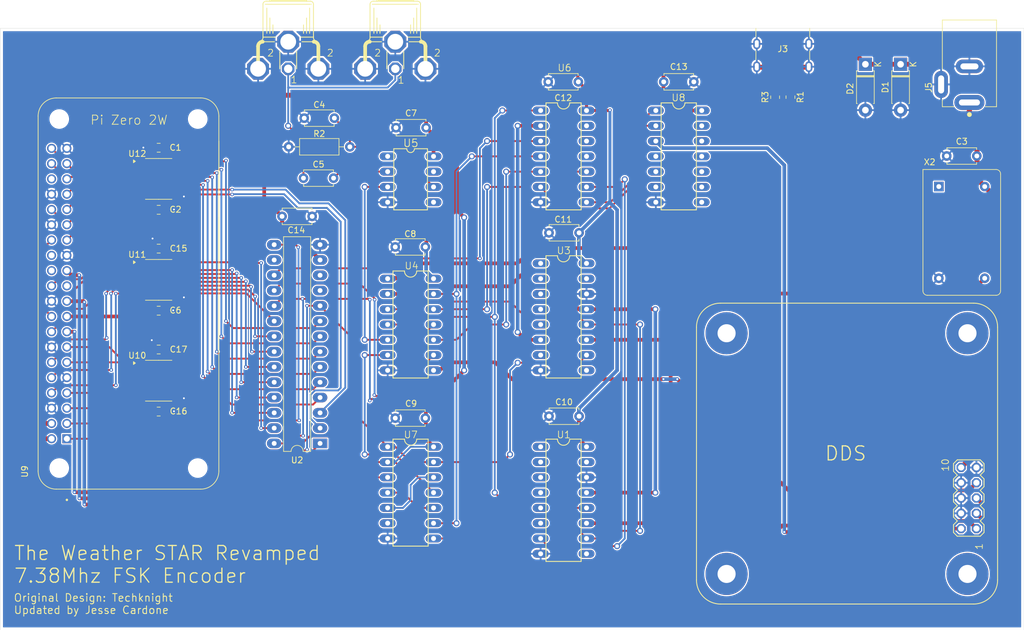
<source format=kicad_pcb>
(kicad_pcb (version 20240108) (generator "pcbnew") (generator_version "8.0")
  (layers (0 "F.Cu" signal) (31 "B.Cu" signal) (34 "B.Paste" user) (35 "F.Paste" user) (36 "B.SilkS" user "B.Silkscreen") (37 "F.SilkS" user "F.Silkscreen") (38 "B.Mask" user) (39 "F.Mask" user) (44 "Edge.Cuts" user))
  (net 0 "")
  (net 1 "GND")
  (net 2 "+5V")
  (net 3 "Net-(U5A-RSET)")
  (net 4 "Net-(C5-Pad2)")
  (net 5 "Net-(U5A-VIDEO)")
  (net 6 "/D6")
  (net 7 "/D3")
  (net 8 "/D7")
  (net 9 "/D5")
  (net 10 "/~{RST}")
  (net 11 "/D12")
  (net 12 "/D4")
  (net 13 "/D11")
  (net 14 "/FLDIR")
  (net 15 "/D14")
  (net 16 "/D2")
  (net 17 "/RTS")
  (net 18 "/D0")
  (net 19 "/~{EF}")
  (net 20 "/D9")
  (net 21 "/SCK")
  (net 22 "/D1")
  (net 23 "/D15")
  (net 24 "/D8")
  (net 25 "/~{W}")
  (net 26 "/D13")
  (net 27 "/D10")
  (net 28 "/FS")
  (net 29 "/RST")
  (net 34 "/~{BITCLK_EN}")
  (net 35 "Net-(U1A-CLK)")
  (net 36 "Net-(U1A-CCKEN)")
  (net 39 "/62.4KHZ")
  (net 41 "Net-(U1A-RCK)")
  (net 44 "/NRZ")
  (net 45 "/BITCLK")
  (net 55 "/15.9744MHZ{slash}128")
  (net 57 "Net-(U4F-O)")
  (net 58 "/~{NRZ}")
  (net 59 "/VS")
  (net 60 "Net-(U4C-I)")
  (net 61 "Net-(U4F-I)")
  (net 65 "Net-(U6B-O)")
  (net 66 "Net-(U6C-O)")
  (net 67 "Net-(U7A-Q)")
  (net 69 "/FSY")
  (net 70 "/SDA")
  (net 71 "/D14_3V3")
  (net 73 "/D2_3V3")
  (net 74 "/RTS_3V3")
  (net 75 "/D12_3V3")
  (net 77 "/D6_3V3")
  (net 78 "/D3_3V3")
  (net 79 "/~{W}_3V3")
  (net 80 "+3V3")
  (net 81 "/D1_3V3")
  (net 82 "/~{RST}_3V3")
  (net 83 "/FLDIR_3V3")
  (net 84 "/D13_3V3")
  (net 85 "/D5_3V3")
  (net 87 "/D10_3V3")
  (net 88 "/D8_3V3")
  (net 89 "/D11_3V3")
  (net 90 "/D15_3V3")
  (net 91 "/D9_3V3")
  (net 92 "/D7_3V3")
  (net 93 "/~{EF}_3V3")
  (net 94 "/D4_3V3")
  (net 96 "/D0_3V3")
  (net 103 "Net-(J3-CC2)")
  (net 104 "Net-(J3-CC1)")
  (footprint "Capacitor_THT:C_Disc_D4.7mm_W2.5mm_P5.00mm" (layer "F.Cu") (at 219.67 76.2 180)
    (property "Reference" "C3")
    (property "Value" "100nF")
  )
  (footprint "Package_DIP:DIP-28_W7.62mm_LongPads" (layer "F.Cu") (at 110.62 123.96 180)
    (property "Reference" "U2")
    (property "Value" "IDT72125")
  )
  (footprint "RASPBERRY_PI_ZERO_2_W:MODULE_RASPBERRY_PI_ZERO_2_W" (layer "F.Cu") (at 78.81 99.06 90)
    (property "Reference" "U9")
    (property "Value" "RASPBERRY_PI_ZERO_2_W")
  )
  (footprint "Capacitor_THT:C_Disc_D4.7mm_W2.5mm_P5.00mm" (layer "F.Cu") (at 128.23 71.501 180)
    (property "Reference" "C7")
    (property "Value" "100nF")
  )
  (footprint "Resistor_SMD:R_0805_2012Metric_Pad1.20x1.40mm_HandSolder" (layer "F.Cu") (at 188.722 66.421 -90)
    (property "Reference" "R1")
    (property "Value" "5.1kR")
  )
  (footprint "Capacitor_THT:C_Disc_D4.7mm_W2.5mm_P5.00mm" (layer "F.Cu") (at 112.863 79.883 180)
    (property "Reference" "C5")
    (property "Value" "100nF")
  )
  (footprint "Modulator:DIL16" (layer "F.Cu") (at 151.0511 102.9336 -90)
    (property "Reference" "U3")
    (property "Value" "74590N")
  )
  (footprint "Modulator:DIL14" (layer "F.Cu") (at 151.0511 76.2636 -90)
    (property "Reference" "U6")
    (property "Value" "7408N")
  )
  (footprint "Modulator:DIL14" (layer "F.Cu") (at 125.6511 104.2036 -90)
    (property "Reference" "U4")
    (property "Value" "7404N")
  )
  (footprint "Capacitor_SMD:C_0805_2012Metric_Pad1.18x1.45mm_HandSolder" (layer "F.Cu") (at 83.82 108.3564 180)
    (property "Reference" "C17")
    (property "Value" "100nF")
  )
  (footprint "Capacitor_THT:C_Disc_D4.7mm_W2.5mm_P5.00mm" (layer "F.Cu") (at 153.503 63.881 180)
    (property "Reference" "C12")
    (property "Value" "100nF")
  )
  (footprint "Capacitor_THT:C_Disc_D4.7mm_W2.5mm_P5.00mm" (layer "F.Cu") (at 112.99 69.9136 180)
    (property "Reference" "C4")
    (property "Value" "100nF")
  )
  (footprint "Capacitor_SMD:C_0805_2012Metric_Pad1.18x1.45mm_HandSolder" (layer "F.Cu") (at 83.82 91.5924 180)
    (property "Reference" "C15")
    (property "Value" "100nF")
  )
  (footprint "Capacitor_SMD:C_0805_2012Metric_Pad1.18x1.45mm_HandSolder" (layer "F.Cu") (at 83.82 85.1408)
    (property "Reference" "C2")
    (property "Value" "100nF")
  )
  (footprint "Capacitor_SMD:C_0805_2012Metric_Pad1.18x1.45mm_HandSolder" (layer "F.Cu") (at 83.82 101.9048)
    (property "Reference" "C6")
    (property "Value" "100nF")
  )
  (footprint "Package_SO:TSSOP-20_4.4x6.5mm_P0.65mm" (layer "F.Cu") (at 83.82 113.538)
    (property "Reference" "U10")
    (property "Value" "TXS0108EPW")
  )
  (footprint "Package_SO:TSSOP-20_4.4x6.5mm_P0.65mm" (layer "F.Cu") (at 83.82 80.01)
    (property "Reference" "U12")
    (property "Value" "TXS0108EPW")
  )
  (footprint "Capacitor_THT:C_Disc_D4.7mm_W2.5mm_P5.00mm" (layer "F.Cu") (at 104.307 86.233)
    (property "Reference" "C14")
    (property "Value" "100nF")
  )
  (footprint "Capacitor_SMD:C_0805_2012Metric_Pad1.18x1.45mm_HandSolder" (layer "F.Cu") (at 83.82 74.8284 180)
    (property "Reference" "C1")
    (property "Value" "100nF")
  )
  (footprint "Modulator:DIL16" (layer "F.Cu") (at 151.0511 133.4136 -90)
    (property "Reference" "U1")
    (property "Value" "74590N")
  )
  (footprint "Modulator:DIL08" (layer "F.Cu") (at 125.6511 80.0736 -90)
    (property "Reference" "U5")
    (property "Value" "LM1881N")
  )
  (footprint "Package_SO:TSSOP-20_4.4x6.5mm_P0.65mm" (layer "F.Cu") (at 83.82 96.785)
    (property "Reference" "U11")
    (property "Value" "TXS0108EPW")
  )
  (footprint "Modulator:DIL14" (layer "F.Cu") (at 170.18 76.2636 -90)
    (property "Reference" "U8")
    (property "Value" "7432N")
  )
  (footprint "Modulator:TOBU3" (layer "F.Cu") (at 105.3311 62.2936)
    (property "Reference" "J2" (hide yes))
    (property "Value" "VIDEO OUT")
  )
  (footprint "Capacitor_THT:C_Disc_D4.7mm_W2.5mm_P5.00mm" (layer "F.Cu") (at 128.103 119.761 180)
    (property "Reference" "C9")
    (property "Value" "100nF")
  )
  (footprint "Resistor_THT:R_Axial_DIN0207_L6.3mm_D2.5mm_P10.16mm_Horizontal" (layer "F.Cu") (at 115.57 74.676 180)
    (property "Reference" "R2")
    (property "Value" "680K")
  )
  (footprint "10164359_00011LF:AMPHENOL_10164359-00011LF" (layer "F.Cu") (at 187.452 58.42 180)
    (property "Reference" "J3")
    (property "Value" "10164359-00011LF")
  )
  (footprint "Modulator:TOBU3" (layer "F.Cu") (at 123.1111 62.2936)
    (property "Reference" "J1" (hide yes))
    (property "Value" "VIDEO IN")
  )
  (footprint "Resistor_SMD:R_0805_2012Metric_Pad1.20x1.40mm_HandSolder" (layer "F.Cu") (at 186.182 66.437 -90)
    (property "Reference" "R3")
    (property "Value" "5.1kR")
  )
  (footprint "Oscillator:Oscillator_DIP-14" (layer "F.Cu") (at 213.36 81.28 -90)
    (property "Reference" "X2")
    (property "Value" "15.9744Mhz")
  )
  (footprint "AD9834:AD9834" (layer "F.Cu") (at 198.12 125.73 90)
    (property "Reference" "J4" (hide yes))
    (property "Value" "MA05-2")
  )
  (footprint "PJ-002B:CUI_PJ-002B" (layer "F.Cu") (at 218.44 67.31 90)
    (property "Reference" "J5")
    (property "Value" "PJ-002B")
  )
  (footprint "Capacitor_THT:C_Disc_D4.7mm_W2.5mm_P5.00mm" (layer "F.Cu") (at 153.63 119.4436 180)
    (property "Reference" "C10")
    (property "Value" "100nF")
  )
  (footprint "Diode_THT:D_DO-41_SOD81_P7.62mm_Horizontal" (layer "F.Cu") (at 201.168 60.96 -90)
    (property "Reference" "D2")
    (property "Value" "D")
  )
  (footprint "Modulator:DIL14" (layer "F.Cu") (at 125.6511 132.1436 -90)
    (property "Reference" "U7")
    (property "Value" "7474N")
  )
  (footprint "Capacitor_THT:C_Disc_D4.7mm_W2.5mm_P5.00mm" (layer "F.Cu") (at 128.103 91.313 180)
    (property "Reference" "C8")
    (property "Value" "100nF")
  )
  (footprint "Capacitor_SMD:C_0805_2012Metric_Pad1.18x1.45mm_HandSolder" (layer "F.Cu") (at 83.82 118.6688)
    (property "Reference" "C16")
    (property "Value" "100nF")
  )
  (footprint "Capacitor_THT:C_Disc_D4.7mm_W2.5mm_P5.00mm" (layer "F.Cu") (at 153.63 88.9636 180)
    (property "Reference" "C11")
    (property "Value" "100nF")
  )
  (footprint "Capacitor_THT:C_Disc_D4.7mm_W2.5mm_P5.00mm" (layer "F.Cu") (at 167.68 63.881)
    (property "Reference" "C13")
    (property "Value" "100nF")
  )
  (footprint "Diode_THT:D_DO-41_SOD81_P7.62mm_Horizontal" (layer "F.Cu") (at 207.01 60.96 -90)
    (property "Reference" "D1")
    (property "Value" "D_Zener")
  )
  (gr_rect (start 57.5 55) (end 227.5 155) (stroke (width 0.05)) (fill none) (layer "Edge.Cuts"))
  (gr_text "DDS" (at 194.31 127 0) (layer "F.SilkS") (effects (font (size 2.3368 2.3368) (thickness 0.2032)) (justify left bottom)))
  (gr_text "The Weather STAR Revamped\n7.38Mhz FSK Encoder" (at 59.69 147.32 0) (layer "F.SilkS") (effects (font (size 2.3368 2.3368) (thickness 0.2032)) (justify left bottom)))
  (gr_text "Pi Zero 2W" (at 72.39 71.12 0) (layer "F.SilkS") (effects (font (size 1.524 1.524) (thickness 0.127)) (justify left bottom)))
  (gr_text "Original Design: Techknight\nUpdated by Jesse Cardone" (at 59.69 152.4 0) (layer "F.SilkS") (effects (font (size 1.27 1.27) (thickness 0.1524)) (justify left bottom)))
  (segment (start 82.7825 108.3564) (end 82.7825 106.9125) (width 0.6096) (layer "F.Cu") (net 1))
  (segment (start 190.202 65.941) (end 188.722 67.421) (width 0.3048) (layer "F.Cu") (net 1))
  (segment (start 86.6825 99.71) (end 87.996 99.71) (width 0.3048) (layer "F.Cu") (net 1))
  (segment (start 183.212 61.45) (end 183.132 61.37) (width 0.8128) (layer "F.Cu") (net 1))
  (segment (start 88.007 82.935) (end 88.011 82.931) (width 0.3048) (layer "F.Cu") (net 1))
  (segment (start 82.7825 74.8284) (end 81.3054 74.8284) (width 0.6096) (layer "F.Cu") (net 1))
  (segment (start 188.706 67.437) (end 188.722 67.421) (width 0.3048) (layer "F.Cu") (net 1))
  (segment (start 184.702 61.45) (end 183.212 61.45) (width 0.8128) (layer "F.Cu") (net 1))
  (segment (start 86.3092 118.6688) (end 86.36 118.618) (width 0.6096) (layer "F.Cu") (net 1))
  (segment (start 88.007 116.463) (end 88.011 116.459) (width 0.3048) (layer "F.Cu") (net 1))
  (segment (start 82.7825 106.9125) (end 82.677 106.807) (width 0.6096) (layer "F.Cu") (net 1))
  (segment (start 86.1822 101.9048) (end 86.233 101.854) (width 0.6096) (layer "F.Cu") (net 1))
  (segment (start 84.8575 101.9048) (end 86.1822 101.9048) (width 0.6096) (layer "F.Cu") (net 1))
  (segment (start 191.692 61.45) (end 191.772 61.37) (width 0.8128) (layer "F.Cu") (net 1))
  (segment (start 86.6825 116.463) (end 88.007 116.463) (width 0.3048) (layer "F.Cu") (net 1))
  (segment (start 81.3054 74.8284) (end 81.28 74.803) (width 0.6096) (layer "F.Cu") (net 1))
  (segment (start 82.7825 91.5924) (end 82.7825 89.9375) (width 0.6096) (layer "F.Cu") (net 1))
  (segment (start 82.7825 89.9375) (end 82.804 89.916) (width 0.6096) (layer "F.Cu") (net 1))
  (segment (start 190.202 61.45) (end 190.202 65.941) (width 0.3048) (layer "F.Cu") (net 1))
  (segment (start 186.182 67.437) (end 188.706 67.437) (width 0.3048) (layer "F.Cu") (net 1))
  (segment (start 86.3092 85.1408) (end 86.36 85.09) (width 0.6096) (layer "F.Cu") (net 1))
  (segment (start 86.6825 82.935) (end 88.007 82.935) (width 0.3048) (layer "F.Cu") (net 1))
  (segment (start 84.8575 118.6688) (end 86.3092 118.6688) (width 0.6096) (layer "F.Cu") (net 1))
  (segment (start 87.996 99.71) (end 88.011 99.695) (width 0.3048) (layer "F.Cu") (net 1))
  (segment (start 190.202 61.45) (end 191.692 61.45) (width 0.8128) (layer "F.Cu") (net 1))
  (segment (start 84.8575 85.1408) (end 86.3092 85.1408) (width 0.6096) (layer "F.Cu") (net 1))
  (via (at 86.233 101.854) (size 0.6) (drill 0.3) (layers "F.Cu" "B.Cu") (net 1))
  (via (at 82.677 106.807) (size 0.6) (drill 0.3) (layers "F.Cu" "B.Cu") (net 1))
  (via (at 88.011 116.459) (size 0.6) (drill 0.3) (layers "F.Cu" "B.Cu") (net 1))
  (via (at 88.011 82.931) (size 0.6) (drill 0.3) (layers "F.Cu" "B.Cu") (net 1))
  (via (at 81.28 74.803) (size 0.6) (drill 0.3) (layers "F.Cu" "B.Cu") (net 1))
  (via (at 86.36 85.09) (size 0.6) (drill 0.3) (layers "F.Cu" "B.Cu") (net 1))
  (via (at 86.36 118.618) (size 0.6) (drill 0.3) (layers "F.Cu" "B.Cu") (net 1))
  (via (at 88.011 99.695) (size 0.6) (drill 0.3) (layers "F.Cu" "B.Cu") (net 1))
  (via (at 82.804 89.916) (size 0.6) (drill 0.3) (layers "F.Cu" "B.Cu") (net 1))
  (segment (start 101.346 66.1036) (end 84.836 66.1036) (width 0.8128) (layer "F.Cu") (net 2))
  (segment (start 124.3811 132.1436) (end 126.9211 134.6836) (width 0.3048) (layer "F.Cu") (net 2))
  (segment (start 86.6825 111.263) (end 85.945001 111.263) (width 0.3048) (layer "F.Cu") (net 2))
  (segment (start 167.64 66.04) (end 170.2436 68.6436) (width 0.6096) (layer "F.Cu") (net 2))
  (segment (start 61.214 120.65) (end 66.04 120.65) (width 0.8128) (layer "F.Cu") (net 2))
  (segment (start 154.8611 68.6436) (end 158.6864 68.6436) (width 0.5) (layer "F.Cu") (net 2))
  (segment (start 167.64 59.69) (end 153.416 59.69) (width 0.8128) (layer "F.Cu") (net 2))
  (segment (start 86.6715 77.724) (end 86.614 77.724) (width 0.3048) (layer "F.Cu") (net 2))
  (segment (start 215.9 71.374) (end 219.71 75.184) (width 0.8128) (layer "F.Cu") (net 2))
  (segment (start 134.5411 86.4236) (end 133.2711 85.1536) (width 0.6096) (layer "F.Cu") (net 2))
  (segment (start 167.64 63.5636) (end 167.64 66.04) (width 0.6096) (layer "F.Cu") (net 2))
  (segment (start 84.8575 93.419588) (end 84.8575 91.5924) (width 0.3048) (layer "F.Cu") (net 2))
  (segment (start 185.932 61.45) (end 185.932 59.694) (width 0.8128) (layer "F.Cu") (net 2))
  (segment (start 129.4611 76.2636) (end 129.4611 72.7321) (width 0.6096) (layer "F.Cu") (net 2))
  (segment (start 212.09 71.374) (end 215.9 71.374) (width 0.8128) (layer "F.Cu") (net 2))
  (segment (start 215.9 71.374) (end 218.44 68.834) (width 0.8128) (layer "F.Cu") (net 2))
  (segment (start 220.98 81.28) (end 224.79 85.09) (width 0.8128) (layer "F.Cu") (net 2))
  (segment (start 185.928 59.69) (end 167.64 59.69) (width 0.8128) (layer "F.Cu") (net 2))
  (segment (start 85.945001 77.735) (end 84.8575 76.647499) (width 0.3048) (layer "F.Cu") (net 2))
  (segment (start 129.4611 72.7321) (end 128.23 71.501) (width 0.6096) (layer "F.Cu") (net 2))
  (segment (start 219.71 75.184) (end 219.71 76.2) (width 0.8128) (layer "F.Cu") (net 2))
  (segment (start 158.6864 68.6436) (end 158.75 68.58) (width 0.5) (layer "F.Cu") (net 2))
  (segment (start 84.8575 74.8284) (end 84.8575 66.1251) (width 0.6096) (layer "F.Cu") (net 2))
  (segment (start 153.416 63.5636) (end 153.416 63.754) (width 0.5) (layer "F.Cu") (net 2))
  (segment (start 128.27 91.273) (end 128.23 91.313) (width 0.6096) (layer "F.Cu") (net 2))
  (segment (start 219.71 80.01) (end 219.71 76.2) (width 0.8128) (layer "F.Cu") (net 2))
  (segment (start 185.932 59.694) (end 185.928 59.69) (width 0.8128) (layer "F.Cu") (net 2))
  (segment (start 153.416 59.69) (end 140.9547 59.69) (width 0.8128) (layer "F.Cu") (net 2))
  (segment (start 101.346 83.272) (end 101.346 66.1036) (width 0.6096) (layer "F.Cu") (net 2))
  (segment (start 86.6825 77.735) (end 86.6715 77.724) (width 0.3048) (layer "F.Cu") (net 2))
  (segment (start 85.945001 94.51) (end 83.82 96.635001) (width 0.3048) (layer "F.Cu") (net 2))
  (segment (start 128.1911 118.1736) (end 134.5411 111.8236) (width 0.6096) (layer "F.Cu") (net 2))
  (segment (start 121.8411 132.1436) (end 124.3811 132.1436) (width 0.3048) (layer "F.Cu") (net 2))
  (segment (start 153.5911 123.2536) (end 154.8611 124.5236) (width 0.6096) (layer "F.Cu") (net 2))
  (segment (start 85.947912 94.51) (end 84.8575 93.419588) (width 0.3048) (layer "F.Cu") (net 2))
  (segment (start 133.2711 85.1536) (end 128.27 90.1547) (width 0.6096) (layer "F.Cu") (net 2))
  (segment (start 128.23 66.1425) (end 128.1911 66.1036) (width 0.6096) (layer "F.Cu") (net 2))
  (segment (start 63.754 123.19) (end 66.04 123.19) (width 0.8128) (layer "F.Cu") (net 2))
  (segment (start 224.79 120.2338) (end 217.063 127.9608) (width 0.8128) (layer "F.Cu") (net 2))
  (segment (start 84.8575 110.175499) (end 84.8575 108.3564) (width 0.3048) (layer "F.Cu") (net 2))
  (segment (start 124.3811 128.3336) (end 124.3811 132.1436) (width 0.3048) (layer "F.Cu") (net 2))
  (segment (start 103 123.96) (end 107.688 123.96) (width 0.3048) (layer "F.Cu") (net 2))
  (segment (start 128.1911 66.1036) (end 101.346 66.1036) (width 0.8128) (layer "F.Cu") (net 2))
  (segment (start 84.836 66.1036) (end 62.9284 66.1036) (width 0.8128) (layer "F.Cu") (net 2))
  (segment (start 86.6825 94.51) (end 85.945001 94.51) (width 0.3048) (layer "F.Cu") (net 2))
  (segment (start 201.168 60.96) (end 207.01 60.96) (width 0.8128) (layer "F.Cu") (net 2))
  (segment (start 218.44 68.834) (end 218.44 67.31) (width 0.8128) (layer "F.Cu") (net 2))
  (segment (start 210.312 69.596) (end 212.09 71.374) (width 0.8128) (layer "F.Cu") (net 2))
  (segment (start 220.98 81.28) (end 219.71 80.01) (width 0.8128) (layer "F.Cu") (net 2))
  (segment (start 128.1911 119.4436) (end 128.1911 118.1736) (width 0.6096) (layer "F.Cu") (net 2))
  (segment (start 170.2436 68.6436) (end 173.99 68.6436) (width 0.6096) (layer "F.Cu") (net 2))
  (segment (start 83.82 96.635001) (end 83.82 107.3189) (width 0.3048) (layer "F.Cu") (net 2))
  (segment (start 61.214 120.65) (end 63.754 123.19) (width 0.8128) (layer "F.Cu") (net 2))
  (segment (start 133.2711 66.1036) (end 134.5411 66.1036) (width 0.8128) (layer "F.Cu") (net 2))
  (segment (start 62.9284 66.1036) (end 61.214 67.818) (width 0.8128) (layer "F.Cu") (net 2))
  (segment (start 188.972 59.694) (end 188.976 59.69) (width 0.8128) (layer "F.Cu") (net 2))
  (segment (start 121.8411 127.0636) (end 123.1111 127.0636) (width 0.3048) (layer "F.Cu") (net 2))
  (segment (start 128.1911 119.4436) (end 128.1911 123.2536) (width 0.6096) (layer "F.Cu") (net 2))
  (segment (start 167.64 63.5636) (end 167.64 59.69) (width 0.6096) (layer "F.Cu") (net 2))
  (segment (start 104.307 87.167) (end 104.307 86.233) (width 0.6096) (layer "F.Cu") (net 2))
  (segment (start 128.23 71.501) (end 128.23 66.1425) (width 0.6096) (layer "F.Cu") (net 2))
  (segment (start 153.416 63.5636) (end 153.416 59.69) (width 0.5) (layer "F.Cu") (net 2))
  (segment (start 128.1911 123.2536) (end 129.4611 124.5236) (width 0.6096) (layer "F.Cu") (net 2))
  (segment (start 199.898 59.69) (end 188.976 59.69) (width 0.8128) (layer "F.Cu") (net 2))
  (segment (start 224.79 85.09) (end 224.79 120.2338) (width 0.8128) (layer "F.Cu") (net 2))
  (segment (start 110.62 93.48) (end 104.307 87.167) (width 0.6096) (layer "F.Cu") (net 2))
  (segment (start 188.976 59.69) (end 185.928 59.69) (width 0.8128) (layer "F.Cu") (net 2))
  (segment (start 108.8436 122.8044) (end 113.827373 122.8044) (width 0.3048) (layer "F.Cu") (net 2))
  (segment (start 210.312 60.96) (end 210.312 69.596) (width 0.8128) (layer "F.Cu") (net 2))
  (segment (start 128.1911 66.1036) (end 133.2711 66.1036) (width 0.8128) (layer "F.Cu") (net 2))
  (segment (start 83.82 79.860001) (end 83.82 90.5549) (width 0.3048) (layer "F.Cu") (net 2))
  (segment (start 85.945001 77.735) (end 83.82 79.860001) (width 0.3048) (layer "F.Cu") (net 2))
  (segment (start 207.01 60.96) (end 210.312 60.96) (width 0.8128) (layer "F.Cu") (net 2))
  (segment (start 86.6825 94.51) (end 85.947912 94.51) (width 0.3048) (layer "F.Cu") (net 2))
  (segment (start 153.416 63.754) (end 154.8611 65.1991) (width 0.5) (layer "F.Cu") (net 2))
  (segment (start 128.27 90.1547) (end 128.27 91.273) (width 0.6096) (layer "F.Cu") (net 2))
  (segment (start 199.898 59.69) (end 201.168 60.96) (width 0.8128) (layer "F.Cu") (net 2))
  (segment (start 118.086573 127.0636) (end 121.8411 127.0636) (width 0.3048) (layer "F.Cu") (net 2))
  (segment (start 83.82 90.5549) (end 84.8575 91.5924) (width 0.3048) (layer "F.Cu") (net 2))
  (segment (start 107.688 123.96) (end 108.8436 122.8044) (width 0.3048) (layer "F.Cu") (net 2))
  (segment (start 113.827373 122.8044) (end 118.086573 127.0636) (width 0.3048) (layer "F.Cu") (net 2))
  (segment (start 104.307 86.233) (end 101.346 83.272) (width 0.6096) (layer "F.Cu") (net 2))
  (segment (start 153.5911 119.4436) (end 153.5911 123.2536) (width 0.6096) (layer "F.Cu") (net 2))
  (segment (start 85.945001 111.263) (end 84.8575 110.175499) (width 0.3048) (layer "F.Cu") (net 2))
  (segment (start 154.8611 65.1991) (end 154.8611 68.6436) (width 0.5) (layer "F.Cu") (net 2))
  (segment (start 133.2711 85.1536) (end 133.2711 66.1036) (width 0.8128) (layer "F.Cu") (net 2))
  (segment (start 123.1111 127.0636) (end 124.3811 128.3336) (width 0.3048) (layer "F.Cu") (net 2))
  (segment (start 126.9211 134.6836) (end 129.4611 134.6836) (width 0.3048) (layer "F.Cu") (net 2))
  (segment (start 84.8575 76.647499) (end 84.8575 74.8284) (width 0.3048) (layer "F.Cu") (net 2))
  (segment (start 188.972 61.45) (end 188.972 59.694) (width 0.8128) (layer "F.Cu") (net 2))
  (segment (start 140.9547 59.69) (end 134.5411 66.1036) (width 0.8128) (layer "F.Cu") (net 2))
  (segment (start 61.214 67.818) (end 61.214 120.65) (width 0.8128) (layer "F.Cu") (net 2))
  (segment (start 86.6825 77.735) (end 85.945001 77.735) (width 0.3048) (layer "F.Cu") (net 2))
  (segment (start 84.8575 66.1251) (end 84.836 66.1036) (width 0.6096) (layer "F.Cu") (net 2))
  (segment (start 83.82 107.3189) (end 84.8575 108.3564) (width 0.3048) (layer "F.Cu") (net 2))
  (via (at 134.5411 86.4236) (size 1.0064) (drill 0.6) (layers "F.Cu" "B.Cu") (net 2))
  (via (at 158.75 68.58) (size 0.6) (drill 0.3) (layers "F.Cu" "B.Cu") (net 2))
  (via (at 134.5411 111.8236) (size 1.0064) (drill 0.6) (layers "F.Cu" "B.Cu") (net 2))
  (segment (start 158.75 83.8047) (end 158.6711 83.8836) (width 0.5) (layer "B.Cu") (net 2))
  (segment (start 153.5911 92.7736) (end 154.8611 94.0436) (width 0.6096) (layer "B.Cu") (net 2))
  (segment (start 159.9411 85.1536) (end 158.6711 83.8836) (width 0.6096) (layer "B.Cu") (net 2))
  (segment (start 123.1111 127.0636) (end 121.8411 127.0636) (width 0.3048) (layer "B.Cu") (net 2))
  (segment (start 153.5911 119.4436) (end 153.5911 118.1736) (width 0.6096) (layer "B.Cu") (net 2))
  (segment (start 158.75 68.58) (end 158.75 83.8047) (width 0.5) (layer "B.Cu") (net 2))
  (segment (start 128.23 95.3525) (end 129.4611 96.5836) (width 0.6096) (layer "B.Cu") (net 2))
  (segment (start 153.5911 88.9636) (end 153.5911 92.7736) (width 0.6096) (layer "B.Cu") (net 2))
  (segment (start 153.5911 88.9636) (end 158.6711 83.8836) (width 0.6096) (layer "B.Cu") (net 2))
  (segment (start 159.9411 111.8236) (end 159.9411 85.1536) (width 0.6096) (layer "B.Cu") (net 2))
  (segment (start 128.23 91.313) (end 128.23 95.3525) (width 0.6096) (layer "B.Cu") (net 2))
  (segment (start 153.5911 118.1736) (end 159.9411 111.8236) (width 0.6096) (layer "B.Cu") (net 2))
  (segment (start 125.6511 124.5236) (end 123.1111 127.0636) (width 0.3048) (layer "B.Cu") (net 2))
  (segment (start 129.4611 124.5236) (end 125.6511 124.5236) (width 0.3048) (layer "B.Cu") (net 2))
  (segment (start 134.5411 111.8236) (end 134.5411 86.4236) (width 0.6096) (layer "B.Cu") (net 2))
  (segment (start 112.9511 69.9136) (end 115.57 72.5325) (width 0.3048) (layer "F.Cu") (net 3))
  (segment (start 115.57 74.676) (end 122.7935 74.676) (width 0.3048) (layer "F.Cu") (net 3))
  (segment (start 115.57 72.5325) (end 115.57 74.676) (width 0.3048) (layer "F.Cu") (net 3))
  (segment (start 122.7935 74.676) (end 129.4611 81.3436) (width 0.3048) (layer "F.Cu") (net 3))
  (segment (start 105.3311 71.1836) (end 107.863 73.7155) (width 0.3048) (layer "F.Cu") (net 4))
  (segment (start 107.863 73.7155) (end 107.863 79.883) (width 0.3048) (layer "F.Cu") (net 4))
  (via (at 105.3311 71.1836) (size 1.0064) (drill 0.6) (layers "F.Cu" "B.Cu") (net 4))
  (segment (start 123.1111 63.5636) (end 121.8411 64.8336) (width 0.3048) (layer "B.Cu") (net 4))
  (segment (start 105.3311 71.1836) (end 105.3311 64.8336) (width 0.3048) (layer "B.Cu") (net 4))
  (segment (start 123.1111 61.7094) (end 123.1111 63.5636) (width 0.3048) (layer "B.Cu") (net 4))
  (segment (start 121.8411 64.8336) (end 105.3311 64.8336) (width 0.3048) (layer "B.Cu") (net 4))
  (segment (start 105.3311 64.8336) (end 105.3311 61.7094) (width 0.3048) (layer "B.Cu") (net 4))
  (segment (start 113.9424 78.8036) (end 112.863 79.883) (width 0.3048) (layer "F.Cu") (net 5))
  (segment (start 121.8411 78.8036) (end 113.9424 78.8036) (width 0.3048) (layer "F.Cu") (net 5))
  (segment (start 94.133 78.385) (end 94.234 78.486) (width 0.3048) (layer "F.Cu") (net 6))
  (segment (start 109.4644 107.3356) (end 110.62 106.18) (width 0.3048) (layer "F.Cu") (net 6))
  (segment (start 94.234 106.172) (end 95.3976 107.3356) (width 0.3048) (layer "F.Cu") (net 6))
  (segment (start 95.3976 107.3356) (end 109.4644 107.3356) (width 0.3048) (layer "F.Cu") (net 6))
  (segment (start 86.6825 78.385) (end 94.133 78.385) (width 0.3048) (layer "F.Cu") (net 6))
  (via (at 94.234 106.172) (size 0.6) (drill 0.3) (layers "F.Cu" "B.Cu") (net 6))
  (via (at 94.234 78.486) (size 0.6) (drill 0.3) (layers "F.Cu" "B.Cu") (net 6))
  (segment (start 94.234 78.486) (end 94.234 106.172) (width 0.3048) (layer "B.Cu") (net 6))
  (segment (start 91.9424 80.335) (end 91.948 80.3406) (width 0.3048) (layer "F.Cu") (net 7))
  (segment (start 109.4644 114.9556) (end 110.62 113.8) (width 0.3048) (layer "F.Cu") (net 7))
  (segment (start 86.6825 80.335) (end 91.9424 80.335) (width 0.3048) (layer "F.Cu") (net 7))
  (segment (start 91.948 112.014) (end 94.8896 114.9556) (width 0.3048) (layer "F.Cu") (net 7))
  (segment (start 94.8896 114.9556) (end 109.4644 114.9556) (width 0.3048) (layer "F.Cu") (net 7))
  (via (at 91.948 112.014) (size 0.6) (drill 0.3) (layers "F.Cu" "B.Cu") (net 7))
  (via (at 91.948 80.3406) (size 0.6) (drill 0.3) (layers "F.Cu" "B.Cu") (net 7))
  (segment (start 91.948 80.3406) (end 91.948 112.014) (width 0.3048) (layer "B.Cu") (net 7))
  (segment (start 109.4644 104.7956) (end 110.62 103.64) (width 0.3048) (layer "F.Cu") (net 8))
  (segment (start 96.1596 104.7956) (end 109.4644 104.7956) (width 0.3048) (layer "F.Cu") (net 8))
  (segment (start 94.996 103.632) (end 96.1596 104.7956) (width 0.3048) (layer "F.Cu") (net 8))
  (segment (start 86.6825 77.085) (end 94.873 77.085) (width 0.3048) (layer "F.Cu") (net 8))
  (segment (start 94.873 77.085) (end 94.996 76.962) (width 0.3048) (layer "F.Cu") (net 8))
  (via (at 94.996 103.632) (size 0.6) (drill 0.3) (layers "F.Cu" "B.Cu") (net 8))
  (via (at 94.996 76.962) (size 0.6) (drill 0.3) (layers "F.Cu" "B.Cu") (net 8))
  (segment (start 94.996 76.962) (end 94.996 103.632) (width 0.3048) (layer "B.Cu") (net 8))
  (segment (start 86.6825 79.035) (end 93.4664 79.035) (width 0.3048) (layer "F.Cu") (net 9))
  (segment (start 109.4644 109.8756) (end 110.62 108.72) (width 0.3048) (layer "F.Cu") (net 9))
  (segment (start 93.4664 79.035) (end 93.472 79.0406) (width 0.3048) (layer "F.Cu") (net 9))
  (segment (start 93.472 108.712) (end 94.6356 109.8756) (width 0.3048) (layer "F.Cu") (net 9))
  (segment (start 94.6356 109.8756) (end 109.4644 109.8756) (width 0.3048) (layer "F.Cu") (net 9))
  (via (at 93.472 79.0406) (size 0.6) (drill 0.3) (layers "F.Cu" "B.Cu") (net 9))
  (via (at 93.472 108.712) (size 0.6) (drill 0.3) (layers "F.Cu" "B.Cu") (net 9))
  (segment (start 93.472 79.0406) (end 93.472 108.712) (width 0.3048) (layer "B.Cu") (net 9))
  (segment (start 103 101.1) (end 104.1556 99.9444) (width 0.3048) (layer "F.Cu") (net 10))
  (segment (start 88.321 113.213) (end 90.932 115.824) (width 0.3048) (layer "F.Cu") (net 10))
  (segment (start 86.6825 113.213) (end 88.321 113.213) (width 0.3048) (layer "F.Cu") (net 10))
  (segment (start 119.126 116.586) (end 122.1587 116.586) (width 0.3048) (layer "F.Cu") (net 10))
  (segment (start 104.1556 99.9444) (end 107.696 99.9444) (width 0.3048) (layer "F.Cu") (net 10))
  (segment (start 90.932 115.824) (end 97.79 122.682) (width 0.3048) (layer "F.Cu") (net 10))
  (segment (start 118.7404 99.9444) (end 118.872 100.076) (width 0.3048) (layer "F.Cu") (net 10))
  (segment (start 122.1587 116.586) (end 129.4611 109.2836) (width 0.3048) (layer "F.Cu") (net 10))
  (segment (start 118.872 116.84) (end 119.126 116.586) (width 0.3048) (layer "F.Cu") (net 10))
  (segment (start 107.696 99.9444) (end 118.7404 99.9444) (width 0.3048) (layer "F.Cu") (net 10))
  (segment (start 97.79 122.682) (end 107.8024 122.682) (width 0.3048) (layer "F.Cu") (net 10))
  (via (at 107.696 99.9444) (size 0.6) (drill 0.3) (layers "F.Cu" "B.Cu") (net 10))
  (via (at 118.872 100.076) (size 0.6) (drill 0.3) (layers "F.Cu" "B.Cu") (net 10))
  (via (at 118.872 116.84) (size 0.6) (drill 0.3) (layers "F.Cu" "B.Cu") (net 10))
  (via (at 107.8024 122.682) (size 0.6) (drill 0.3) (layers "F.Cu" "B.Cu") (net 10))
  (segment (start 118.8899 116.8221) (end 118.872 116.84) (width 0.3048) (layer "B.Cu") (net 10))
  (segment (start 107.8024 122.682) (end 107.8024 100.0508) (width 0.3048) (layer "B.Cu") (net 10))
  (segment (start 118.8899 100.0939) (end 118.8899 116.8221) (width 0.3048) (layer "B.Cu") (net 10))
  (segment (start 107.8024 100.0508) (end 107.696 99.9444) (width 0.3048) (layer "B.Cu") (net 10))
  (segment (start 118.872 100.076) (end 118.8899 100.0939) (width 0.3048) (layer "B.Cu") (net 10))
  (segment (start 98.052 113.8) (end 103 113.8) (width 0.3048) (layer "F.Cu") (net 11))
  (segment (start 97.5116 96.4544) (end 97.506 96.46) (width 0.3048) (layer "F.Cu") (net 11))
  (segment (start 97.5116 96.4544) (end 97.4296 96.3724) (width 0.3048) (layer "F.Cu") (net 11))
  (segment (start 97.536 113.792) (end 98.044 113.792) (width 0.3048) (layer "F.Cu") (net 11))
  (segment (start 98.044 113.792) (end 98.052 113.8) (width 0.3048) (layer "F.Cu") (net 11))
  (segment (start 97.536 96.4544) (end 97.5116 96.4544) (width 0.3048) (layer "F.Cu") (net 11))
  (segment (start 97.506 96.46) (end 86.6825 96.46) (width 0.3048) (layer "F.Cu") (net 11))
  (via (at 97.536 96.4544) (size 0.6) (drill 0.3) (layers "F.Cu" "B.Cu") (net 11))
  (via (at 97.536 113.792) (size 0.6) (drill 0.3) (layers "F.Cu" "B.Cu") (net 11))
  (segment (start 97.536 96.4544) (end 97.536 113.792) (width 0.3048) (layer "B.Cu") (net 11))
  (segment (start 92.71 111.252) (end 93.8736 112.4156) (width 0.3048) (layer "F.Cu") (net 12))
  (segment (start 92.639 79.685) (end 92.71 79.756) (width 0.3048) (layer "F.Cu") (net 12))
  (segment (start 109.4644 112.4156) (end 110.62 111.26) (width 0.3048) (layer "F.Cu") (net 12))
  (segment (start 86.6825 79.685) (end 92.639 79.685) (width 0.3048) (layer "F.Cu") (net 12))
  (segment (start 93.8736 112.4156) (end 109.4644 112.4156) (width 0.3048) (layer "F.Cu") (net 12))
  (via (at 92.71 79.756) (size 0.6) (drill 0.3) (layers "F.Cu" "B.Cu") (net 12))
  (via (at 92.71 111.252) (size 0.6) (drill 0.3) (layers "F.Cu" "B.Cu") (net 12))
  (segment (start 92.71 79.756) (end 92.71 111.252) (width 0.3048) (layer "B.Cu") (net 12))
  (segment (start 98.806 111.252) (end 98.814 111.26) (width 0.3048) (layer "F.Cu") (net 13))
  (segment (start 98.814 111.26) (end 103 111.26) (width 0.3048) (layer "F.Cu") (net 13))
  (segment (start 98.298 111.252) (end 98.806 111.252) (width 0.3048) (layer "F.Cu") (net 13))
  (segment (start 98.216 97.11) (end 98.298 97.028) (width 0.3048) (layer "F.Cu") (net 13))
  (segment (start 86.6825 97.11) (end 98.216 97.11) (width 0.3048) (layer "F.Cu") (net 13))
  (via (at 98.298 97.028) (size 0.6) (drill 0.3) (layers "F.Cu" "B.Cu") (net 13))
  (via (at 98.298 111.252) (size 0.6) (drill 0.3) (layers "F.Cu" "B.Cu") (net 13))
  (segment (start 98.298 97.028) (end 98.298 111.252) (width 0.3048) (layer "B.Cu") (net 13))
  (segment (start 86.6825 112.563) (end 88.433 112.563) (width 0.3048) (layer "F.Cu") (net 14))
  (segment (start 88.433 112.563) (end 88.9 113.03) (width 0.3048) (layer "F.Cu") (net 14))
  (segment (start 106.997657 91.376343) (end 106.561314 90.94) (width 0.3048) (layer "F.Cu") (net 14))
  (segment (start 96.012 120.142) (end 107.1468 120.142) (width 0.3048) (layer "F.Cu") (net 14))
  (segment (start 106.561314 90.94) (end 103 90.94) (width 0.3048) (layer "F.Cu") (net 14))
  (segment (start 88.9 113.03) (end 96.012 120.142) (width 0.3048) (layer "F.Cu") (net 14))
  (via (at 106.997657 91.376343) (size 0.6) (drill 0.3) (layers "F.Cu" "B.Cu") (net 14))
  (via (at 107.1468 120.142) (size 0.6) (drill 0.3) (layers "F.Cu" "B.Cu") (net 14))
  (segment (start 107.1468 120.142) (end 107.0404 120.0356) (width 0.3048) (layer "B.Cu") (net 14))
  (segment (start 107.0404 91.419086) (end 106.997657 91.376343) (width 0.3048) (layer "B.Cu") (net 14))
  (segment (start 107.0404 120.0356) (end 107.0404 91.419086) (width 0.3048) (layer "B.Cu") (net 14))
  (segment (start 86.6825 95.16) (end 96.0064 95.16) (width 0.3048) (layer "F.Cu") (net 15))
  (segment (start 96.0064 95.16) (end 96.012 95.1544) (width 0.3048) (layer "F.Cu") (net 15))
  (segment (start 96.02 118.88) (end 103 118.88) (width 0.3048) (layer "F.Cu") (net 15))
  (segment (start 96.012 118.872) (end 96.02 118.88) (width 0.3048) (layer "F.Cu") (net 15))
  (via (at 96.012 95.1544) (size 0.6) (drill 0.3) (layers "F.Cu" "B.Cu") (net 15))
  (via (at 96.012 118.872) (size 0.6) (drill 0.3) (layers "F.Cu" "B.Cu") (net 15))
  (segment (start 96.012 95.1544) (end 96.012 118.872) (width 0.3048) (layer "B.Cu") (net 15))
  (segment (start 95.9056 117.4956) (end 109.4644 117.4956) (width 0.3048) (layer "F.Cu") (net 16))
  (segment (start 86.6825 80.985) (end 91.145 80.985) (width 0.3048) (layer "F.Cu") (net 16))
  (segment (start 109.4644 117.4956) (end 110.62 116.34) (width 0.3048) (layer "F.Cu") (net 16))
  (segment (start 91.145 80.985) (end 91.186 81.026) (width 0.3048) (layer "F.Cu") (net 16))
  (segment (start 91.186 112.776) (end 95.9056 117.4956) (width 0.3048) (layer "F.Cu") (net 16))
  (via (at 91.186 81.026) (size 0.6) (drill 0.3) (layers "F.Cu" "B.Cu") (net 16))
  (via (at 91.186 112.776) (size 0.6) (drill 0.3) (layers "F.Cu" "B.Cu") (net 16))
  (segment (start 91.186 81.026) (end 91.186 112.776) (width 0.3048) (layer "B.Cu") (net 16))
  (segment (start 102.082759 129.6036) (end 121.8411 129.6036) (width 0.3048) (layer "F.Cu") (net 17))
  (segment (start 87.642159 115.163) (end 102.082759 129.6036) (width 0.3048) (layer "F.Cu") (net 17))
  (segment (start 86.6825 115.163) (end 87.642159 115.163) (width 0.3048) (layer "F.Cu") (net 17))
  (segment (start 86.6825 82.285) (end 86.6921 82.2754) (width 0.3048) (layer "F.Cu") (net 18))
  (segment (start 89.8954 82.2754) (end 90.211203 82.591203) (width 0.3048) (layer "F.Cu") (net 18))
  (segment (start 90.211203 82.591203) (end 96.012 82.591203) (width 0.3048) (layer "F.Cu") (net 18))
  (segment (start 86.6921 82.2754) (end 89.8954 82.2754) (width 0.3048) (layer "F.Cu") (net 18))
  (via (at 96.012 82.591203) (size 0.6) (drill 0.3) (layers "F.Cu" "B.Cu") (net 18))
  (segment (start 109.0644 115.861335) (end 109.0644 119.8644) (width 0.3048) (layer "B.Cu") (net 18))
  (segment (start 106.934 84.836) (end 111.76 84.836) (width 0.3048) (layer "B.Cu") (net 18))
  (segment (start 113.62879 115.15279) (end 109.772945 115.15279) (width 0.3048) (layer "B.Cu") (net 18))
  (segment (start 109.0644 119.8644) (end 110.62 121.42) (width 0.3048) (layer "B.Cu") (net 18))
  (segment (start 114.046 87.122) (end 114.046 114.73558) (width 0.3048) (layer "B.Cu") (net 18))
  (segment (start 114.046 114.73558) (end 113.62879 115.15279) (width 0.3048) (layer "B.Cu") (net 18))
  (segment (start 96.012 82.591203) (end 96.053203 82.55) (width 0.3048) (layer "B.Cu") (net 18))
  (segment (start 111.76 84.836) (end 114.046 87.122) (width 0.3048) (layer "B.Cu") (net 18))
  (segment (start 109.772945 115.15279) (end 109.0644 115.861335) (width 0.3048) (layer "B.Cu") (net 18))
  (segment (start 96.053203 82.55) (end 104.648 82.55) (width 0.3048) (layer "B.Cu") (net 18))
  (segment (start 104.648 82.55) (end 106.934 84.836) (width 0.3048) (layer "B.Cu") (net 18))
  (segment (start 99.3346 125.1156) (end 88.082 113.863) (width 0.3048) (layer "F.Cu") (net 19))
  (segment (start 108.3104 125.1156) (end 99.3346 125.1156) (width 0.3048) (layer "F.Cu") (net 19))
  (segment (start 140.8911 127.0636) (end 142.1611 125.7936) (width 0.3048) (layer "F.Cu") (net 19))
  (segment (start 129.4611 127.0636) (end 125.6511 127.0636) (width 0.3048) (layer "F.Cu") (net 19))
  (segment (start 153.5911 110.5536) (end 154.8611 109.2836) (width 0.3048) (layer "F.Cu") (net 19))
  (segment (start 88.082 113.863) (end 86.6825 113.863) (width 0.3048) (layer "F.Cu") (net 19))
  (segment (start 117.1723 107.6523) (end 117.1723 119.8548) (width 0.3048) (layer "F.Cu") (net 19))
  (segment (start 125.6511 127.0636) (end 123.1111 124.5236) (width 0.3048) (layer "F.Cu") (net 19))
  (segment (start 110.62 101.1) (end 117.1723 107.6523) (width 0.3048) (layer "F.Cu") (net 19))
  (segment (start 108.458 124.968) (end 108.3104 125.1156) (width 0.3048) (layer "F.Cu") (net 19))
  (segment (start 143.4311 110.5536) (end 153.5911 110.5536) (width 0.3048) (layer "F.Cu") (net 19))
  (segment (start 129.4611 127.0636) (end 140.8911 127.0636) (width 0.3048) (layer "F.Cu") (net 19))
  (segment (start 108.458 101.092) (end 110.612 101.092) (width 0.3048) (layer "F.Cu") (net 19))
  (segment (start 123.1111 124.5236) (end 121.8411 124.5236) (width 0.3048) (layer "F.Cu") (net 19))
  (segment (start 110.612 101.092) (end 110.62 101.1) (width 0.3048) (layer "F.Cu") (net 19))
  (segment (start 117.1723 119.8548) (end 121.8411 124.5236) (width 0.3048) (layer "F.Cu") (net 19))
  (via (at 108.458 101.092) (size 0.6) (drill 0.3) (layers "F.Cu" "B.Cu") (net 19))
  (via (at 143.4311 110.5536) (size 1.0064) (drill 0.6) (layers "F.Cu" "B.Cu") (net 19))
  (via (at 108.458 124.968) (size 0.6) (drill 0.3) (layers "F.Cu" "B.Cu") (net 19))
  (via (at 142.1611 125.7936) (size 1.0064) (drill 0.6) (layers "F.Cu" "B.Cu") (net 19))
  (segment (start 142.1611 111.8236) (end 143.4311 110.5536) (width 0.3048) (layer "B.Cu") (net 19))
  (segment (start 108.458 124.968) (end 108.458 101.092) (width 0.3048) (layer "B.Cu") (net 19))
  (segment (start 142.1611 125.7936) (end 142.1611 111.8236) (width 0.3048) (layer "B.Cu") (net 19))
  (segment (start 86.6825 98.41) (end 98.69716 98.41) (width 0.3048) (layer "F.Cu") (net 20))
  (segment (start 99.822 106.172) (end 100.584 106.172) (width 0.3048) (layer "F.Cu") (net 20))
  (segment (start 100.584 106.172) (end 100.592 106.18) (width 0.3048) (layer "F.Cu") (net 20))
  (segment (start 100.592 106.18) (end 103 106.18) (width 0.3048) (layer "F.Cu") (net 20))
  (segment (start 98.69716 98.41) (end 99.83858 99.55142) (width 0.3048) (layer "F.Cu") (net 20))
  (via (at 99.83858 99.55142) (size 0.6) (drill 0.3) (layers "F.Cu" "B.Cu") (net 20))
  (via (at 99.822 106.172) (size 0.6) (drill 0.3) (layers "F.Cu" "B.Cu") (net 20))
  (segment (start 99.822 99.568) (end 99.822 106.172) (width 0.3048) (layer "B.Cu") (net 20))
  (segment (start 99.83858 99.55142) (end 99.822 99.568) (width 0.3048) (layer "B.Cu") (net 20))
  (segment (start 162.680528 144.78) (end 167.760528 139.7) (width 0.6096) (layer "F.Cu") (net 21))
  (segment (start 70.6628 133.096) (end 107.442 133.096) (width 0.6096) (layer "F.Cu") (net 21))
  (segment (start 220.98 136.9578) (end 219.603 135.5808) (width 0.6096) (layer "F.Cu") (net 21))
  (segment (start 167.760528 139.7) (end 219.819852 139.7) (width 0.6096) (layer "F.Cu") (net 21))
  (segment (start 219.819852 139.7) (end 220.98 138.539852) (width 0.6096) (layer "F.Cu") (net 21))
  (segment (start 68.58 95.25) (end 69.342 96.012) (width 0.6096) (layer "F.Cu") (net 21))
  (segment (start 69.342 96.012) (end 70.612 96.012) (width 0.6096) (layer "F.Cu") (net 21))
  (segment (start 119.126 144.78) (end 162.680528 144.78) (width 0.6096) (layer "F.Cu") (net 21))
  (segment (start 220.98 138.539852) (end 220.98 136.9578) (width 0.6096) (layer "F.Cu") (net 21))
  (segment (start 107.442 133.096) (end 119.126 144.78) (width 0.6096) (layer "F.Cu") (net 21))
  (via (at 70.612 96.012) (size 0.6) (drill 0.3) (layers "F.Cu" "B.Cu") (net 21))
  (via (at 70.6628 133.096) (size 0.6) (drill 0.3) (layers "F.Cu" "B.Cu") (net 21))
  (segment (start 70.6628 133.096) (end 70.6628 96.0628) (width 0.6096) (layer "B.Cu") (net 21))
  (segment (start 70.6628 96.0628) (end 70.612 96.012) (width 0.6096) (layer "B.Cu") (net 21))
  (segment (start 86.6825 81.635) (end 90.271 81.635) (width 0.3048) (layer "F.Cu") (net 22))
  (segment (start 90.424 81.788) (end 96.012 81.788) (width 0.3048) (layer "F.Cu") (net 22))
  (segment (start 90.271 81.635) (end 90.424 81.788) (width 0.3048) (layer "F.Cu") (net 22))
  (via (at 96.012 81.788) (size 0.6) (drill 0.3) (layers "F.Cu" "B.Cu") (net 22))
  (segment (start 112.014 84.074) (end 114.808 86.868) (width 0.3048) (layer "B.Cu") (net 22))
  (segment (start 114.808 114.692) (end 110.62 118.88) (width 0.3048) (layer "B.Cu") (net 22))
  (segment (start 96.012 81.788) (end 104.902 81.788) (width 0.3048) (layer "B.Cu") (net 22))
  (segment (start 114.808 86.868) (end 114.808 114.692) (width 0.3048) (layer "B.Cu") (net 22))
  (segment (start 107.188 84.074) (end 112.014 84.074) (width 0.3048) (layer "B.Cu") (net 22))
  (segment (start 104.902 81.788) (end 107.188 84.074) (width 0.3048) (layer "B.Cu") (net 22))
  (segment (start 100.076 93.98) (end 99.956 93.86) (width 0.3048) (layer "F.Cu") (net 23))
  (segment (start 100.838 93.98) (end 100.076 93.98) (width 0.3048) (layer "F.Cu") (net 23))
  (segment (start 103 121.42) (end 100.846 121.42) (width 0.3048) (layer "F.Cu") (net 23))
  (segment (start 99.956 93.86) (end 86.6825 93.86) (width 0.3048) (layer "F.Cu") (net 23))
  (segment (start 100.846 121.42) (end 100.838 121.412) (width 0.3048) (layer "F.Cu") (net 23))
  (via (at 100.838 93.98) (size 0.6) (drill 0.3) (layers "F.Cu" "B.Cu") (net 23))
  (via (at 100.838 121.412) (size 0.6) (drill 0.3) (layers "F.Cu" "B.Cu") (net 23))
  (segment (start 100.838 121.412) (end 100.838 93.98) (width 0.3048) (layer "B.Cu") (net 23))
  (segment (start 98.3994 99.0394) (end 103 103.64) (width 0.3048) (layer "F.Cu") (net 24))
  (segment (start 86.6825 99.06) (end 86.7031 99.0394) (width 0.3048) (layer "F.Cu") (net 24))
  (segment (start 86.7031 99.0394) (end 98.3994 99.0394) (width 0.3048) (layer "F.Cu") (net 24))
  (segment (start 86.6825 114.513) (end 87.843 114.513) (width 0.3048) (layer "F.Cu") (net 25))
  (segment (start 99.06 125.73) (end 108.85 125.73) (width 0.3048) (layer "F.Cu") (net 25))
  (segment (start 108.85 125.73) (end 110.62 123.96) (width 0.3048) (layer "F.Cu") (net 25))
  (segment (start 87.843 114.513) (end 99.06 125.73) (width 0.3048) (layer "F.Cu") (net 25))
  (segment (start 86.6825 95.81) (end 96.6808 95.81) (width 0.3048) (layer "F.Cu") (net 26))
  (segment (start 96.774 116.332) (end 97.536 116.332) (width 0.3048) (layer "F.Cu") (net 26))
  (segment (start 97.536 116.332) (end 97.544 116.34) (width 0.3048) (layer "F.Cu") (net 26))
  (segment (start 96.6808 95.81) (end 96.774 95.7168) (width 0.3048) (layer "F.Cu") (net 26))
  (segment (start 97.544 116.34) (end 103 116.34) (width 0.3048) (layer "F.Cu") (net 26))
  (via (at 96.774 116.332) (size 0.6) (drill 0.3) (layers "F.Cu" "B.Cu") (net 26))
  (via (at 96.774 95.7168) (size 0.6) (drill 0.3) (layers "F.Cu" "B.Cu") (net 26))
  (segment (start 96.774 95.7168) (end 96.774 116.332) (width 0.3048) (layer "B.Cu") (net 26))
  (segment (start 99.314 108.712) (end 99.822 108.712) (width 0.3048) (layer "F.Cu") (net 27))
  (segment (start 99.822 108.712) (end 99.83 108.72) (width 0.3048) (layer "F.Cu") (net 27))
  (segment (start 99.83 108.72) (end 103 108.72) (width 0.3048) (layer "F.Cu") (net 27))
  (segment (start 98.974224 97.76) (end 99.154059 97.939835) (width 0.3048) (layer "F.Cu") (net 27))
  (segment (start 86.6825 97.76) (end 98.974224 97.76) (width 0.3048) (layer "F.Cu") (net 27))
  (via (at 99.314 108.712) (size 0.6) (drill 0.3) (layers "F.Cu" "B.Cu") (net 27))
  (via (at 99.154059 97.939835) (size 0.6) (drill 0.3) (layers "F.Cu" "B.Cu") (net 27))
  (segment (start 99.154059 97.939835) (end 99.154059 108.552059) (width 0.3048) (layer "B.Cu") (net 27))
  (segment (start 99.154059 108.552059) (end 99.314 108.712) (width 0.3048) (layer "B.Cu") (net 27))
  (segment (start 217.063 138.1208) (end 215.931873 138.1208) (width 0.6096) (layer "F.Cu") (net 28))
  (segment (start 215.368673 138.684) (end 187.706 138.684) (width 0.6096) (layer "F.Cu") (net 28))
  (segment (start 215.931873 138.1208) (end 215.368673 138.684) (width 0.6096) (layer "F.Cu") (net 28))
  (via (at 187.706 138.684) (size 0.6) (drill 0.3) (layers "F.Cu" "B.Cu") (net 28))
  (segment (start 184.874 74.892) (end 167.5384 74.892) (width 0.6096) (layer "B.Cu") (net 28))
  (segment (start 187.706 77.724) (end 184.874 74.892) (width 0.6096) (layer "B.Cu") (net 28))
  (segment (start 167.5384 74.892) (end 166.37 73.7236) (width 0.6096) (layer "B.Cu") (net 28))
  (segment (start 187.706 138.684) (end 187.706 77.724) (width 0.6096) (layer "B.Cu") (net 28))
  (segment (start 188.4128 131.7708) (end 218.333 131.7708) (width 0.6096) (layer "F.Cu") (net 29))
  (segment (start 129.4611 111.8236) (end 130.4924 111.8236) (width 0.6096) (layer "F.Cu") (net 29))
  (segment (start 130.4924 111.8236) (end 131.826 110.49) (width 0.6096) (layer "F.Cu") (net 29))
  (segment (start 131.826 110.49) (end 139.7 110.49) (width 0.6096) (layer "F.Cu") (net 29))
  (segment (start 139.7 110.49) (end 142.494 113.284) (width 0.6096) (layer "F.Cu") (net 29))
  (segment (start 142.494 113.284) (end 167.64 113.284) (width 0.6096) (layer "F.Cu") (net 29))
  (segment (start 218.333 131.7708) (end 219.603 130.5008) (width 0.6096) (layer "F.Cu") (net 29))
  (segment (start 169.926 113.284) (end 188.4128 131.7708) (width 0.6096) (layer "F.Cu") (net 29))
  (via (at 167.64 113.284) (size 0.6) (drill 0.3) (layers "F.Cu" "B.Cu") (net 29))
  (via (at 169.926 113.284) (size 0.6) (drill 0.3) (layers "F.Cu" "B.Cu") (net 29))
  (segment (start 167.64 113.284) (end 169.926 113.284) (width 0.6096) (layer "B.Cu") (net 29))
  (segment (start 158.6711 138.4936) (end 163.7511 138.4936) (width 0.3048) (layer "F.Cu") (net 34))
  (segment (start 144.7011 138.4936) (end 153.5911 138.4936) (width 0.3048) (layer "F.Cu") (net 34))
  (segment (start 153.5911 138.4936) (end 154.8611 139.7636) (width 0.3048) (layer "F.Cu") (net 34))
  (segment (start 144.7011 102.9336) (end 153.5911 102.9336) (width 0.3048) (layer "F.Cu") (net 34))
  (segment (start 129.4611 139.7636) (end 143.4311 139.7636) (width 0.3048) (layer "F.Cu") (net 34))
  (segment (start 126.9211 100.3936) (end 142.1611 100.3936) (width 0.3048) (layer "F.Cu") (net 34))
  (segment (start 125.6511 101.6636) (end 126.9211 100.3936) (width 0.3048) (layer "F.Cu") (net 34))
  (segment (start 154.8611 139.7636) (end 157.4011 139.7636) (width 0.3048) (layer "F.Cu") (net 34))
  (segment (start 153.5911 102.9336) (end 154.8611 104.2036) (width 0.3048) (layer "F.Cu") (net 34))
  (segment (start 143.4311 139.7636) (end 144.7011 138.4936) (width 0.3048) (layer "F.Cu") (net 34))
  (segment (start 157.4011 139.7636) (end 158.6711 138.4936) (width 0.3048) (layer "F.Cu") (net 34))
  (segment (start 163.7511 104.2036) (end 154.8611 104.2036) (width 0.3048) (layer "F.Cu") (net 34))
  (segment (start 121.8411 101.6636) (end 125.6511 101.6636) (width 0.3048) (layer "F.Cu") (net 34))
  (segment (start 142.1611 100.3936) (end 144.7011 102.9336) (width 0.3048) (layer "F.Cu") (net 34))
  (via (at 163.7511 138.4936) (size 1.0064) (drill 0.6) (layers "F.Cu" "B.Cu") (net 34))
  (via (at 163.7511 104.2036) (size 1.0064) (drill 0.6) (layers "F.Cu" "B.Cu") (net 34))
  (segment (start 163.7511 138.4936) (end 163.7511 104.2036) (width 0.3048) (layer "B.Cu") (net 34))
  (segment (start 143.4311 94.0436) (end 145.9711 91.5036) (width 0.6096) (layer "F.Cu") (net 35))
  (segment (start 168.8311 92.7736) (end 168.8311 99.06) (width 0.6096) (layer "F.Cu") (net 35))
  (segment (start 220.98 96.52) (end 218.44 99.06) (width 0.6096) (layer "F.Cu") (net 35))
  (segment (start 168.8311 99.06) (end 168.8311 100.33) (width 0.6096) (layer "F.Cu") (net 35))
  (segment (start 218.44 99.06) (end 168.8311 99.06) (width 0.6096) (layer "F.Cu") (net 35))
  (segment (start 168.8311 137.2236) (end 168.8311 108.0136) (width 0.6096) (layer "F.Cu") (net 35))
  (segment (start 121.8411 96.5836) (end 123.1111 96.5836) (width 0.6096) (layer "F.Cu") (net 35))
  (segment (start 154.8611 106.7436) (end 167.5611 106.7436) (width 0.6096) (layer "F.Cu") (net 35))
  (segment (start 145.9711 91.5036) (end 167.5611 91.5036) (width 0.6096) (layer "F.Cu") (net 35))
  (segment (start 154.8611 137.2236) (end 168.8311 137.2236) (width 0.6096) (layer "F.Cu") (net 35))
  (segment (start 167.5611 91.5036) (end 168.8311 92.7736) (width 0.6096) (layer "F.Cu") (net 35))
  (segment (start 167.5611 106.7436) (end 168.8311 108.0136) (width 0.6096) (layer "F.Cu") (net 35))
  (segment (start 123.1111 96.5836) (end 125.6511 94.0436) (width 0.6096) (layer "F.Cu") (net 35))
  (segment (start 125.6511 94.0436) (end 143.4311 94.0436) (width 0.6096) (layer "F.Cu") (net 35))
  (segment (start 168.8311 100.33) (end 168.8311 108.0136) (width 0.6096) (layer "F.Cu") (net 35))
  (segment (start 126.9211 102.9336) (end 139.6211 102.9336) (width 0.3048) (layer "F.Cu") (net 36))
  (segment (start 121.8411 104.2036) (end 125.6511 104.2036) (width 0.3048) (layer "F.Cu") (net 36))
  (segment (start 125.6511 104.2036) (end 126.9211 102.9336) (width 0.3048) (layer "F.Cu") (net 36))
  (segment (start 149.7811 133.4136) (end 140.8911 133.4136) (width 0.3048) (layer "F.Cu") (net 36))
  (segment (start 140.8911 68.6436) (end 147.2411 68.6436) (width 0.3048) (layer "F.Cu") (net 36))
  (segment (start 140.8911 133.4136) (end 139.6211 132.1436) (width 0.3048) (layer "F.Cu") (net 36))
  (segment (start 151.0511 134.6836) (end 149.7811 133.4136) (width 0.3048) (layer "F.Cu") (net 36))
  (segment (start 154.8611 134.6836) (end 151.0511 134.6836) (width 0.3048) (layer "F.Cu") (net 36))
  (via (at 140.8911 68.6436) (size 1.0064) (drill 0.6) (layers "F.Cu" "B.Cu") (net 36))
  (via (at 139.6211 102.9336) (size 1.0064) (drill 0.6) (layers "F.Cu" "B.Cu") (net 36))
  (via (at 139.6211 132.1436) (size 1.0064) (drill 0.6) (layers "F.Cu" "B.Cu") (net 36))
  (segment (start 139.6211 69.9136) (end 140.8911 68.6436) (width 0.3048) (layer "B.Cu") (net 36))
  (segment (start 139.6211 132.1436) (end 139.6211 102.9336) (width 0.3048) (layer "B.Cu") (net 36))
  (segment (start 139.6211 102.9336) (end 139.6211 69.9136) (width 0.3048) (layer "B.Cu") (net 36))
  (segment (start 159.9411 81.3436) (end 161.2111 80.0736) (width 0.3048) (layer "F.Cu") (net 39))
  (segment (start 154.8611 81.3436) (end 159.9411 81.3436) (width 0.3048) (layer "F.Cu") (net 39))
  (segment (start 148.5111 141.0336) (end 147.2411 139.7636) (width 0.3048) (layer "F.Cu") (net 39))
  (segment (start 159.9411 141.0336) (end 148.5111 141.0336) (width 0.3048) (layer "F.Cu") (net 39))
  (via (at 159.9411 141.0336) (size 1.0064) (drill 0.6) (layers "F.Cu" "B.Cu") (net 39))
  (via (at 161.2111 80.0736) (size 1.0064) (drill 0.6) (layers "F.Cu" "B.Cu") (net 39))
  (segment (start 161.2111 80.0736) (end 161.2111 139.7636) (width 0.3048) (layer "B.Cu") (net 39))
  (segment (start 161.2111 139.7636) (end 159.9411 141.0336) (width 0.3048) (layer "B.Cu") (net 39))
  (segment (start 151.0511 95.3136) (end 152.3211 96.5836) (width 0.6096) (layer "F.Cu") (net 41))
  (segment (start 142.1611 97.8536) (end 144.7011 95.3136) (width 0.6096) (layer "F.Cu") (net 41))
  (segment (start 125.6511 97.8536) (end 142.1611 97.8536) (width 0.6096) (layer "F.Cu") (net 41))
  (segment (start 124.3811 99.1236) (end 125.6511 97.8536) (width 0.6096) (layer "F.Cu") (net 41))
  (segment (start 154.8611 101.6636) (end 166.2911 101.6636) (width 0.6096) (layer "F.Cu") (net 41))
  (segment (start 166.2911 132.1436) (end 154.8611 132.1436) (width 0.6096) (layer "F.Cu") (net 41))
  (segment (start 144.7011 95.3136) (end 151.0511 95.3136) (width 0.6096) (layer "F.Cu") (net 41))
  (segment (start 152.3211 100.3936) (end 153.5911 101.6636) (width 0.6096) (layer "F.Cu") (net 41))
  (segment (start 152.3211 96.5836) (end 152.3211 100.3936) (width 0.6096) (layer "F.Cu") (net 41))
  (segment (start 121.8411 99.1236) (end 124.3811 99.1236) (width 0.6096) (layer "F.Cu") (net 41))
  (segment (start 153.5911 101.6636) (end 154.8611 101.6636) (width 0.6096) (layer "F.Cu") (net 41))
  (via (at 166.2911 101.6636) (size 1.0064) (drill 0.6) (layers "F.Cu" "B.Cu") (net 41))
  (via (at 166.2911 132.1436) (size 1.0064) (drill 0.6) (layers "F.Cu" "B.Cu") (net 41))
  (segment (start 166.2911 101.6636) (end 166.2911 132.1436) (width 0.6096) (layer "B.Cu") (net 41))
  (segment (start 127.254 110.744) (end 127.254 106.4107) (width 0.3048) (layer "F.Cu") (net 44))
  (segment (start 103 98.56) (end 104.1556 97.4044) (width 0.3048) (layer "F.Cu") (net 44))
  (segment (start 121.92 116.078) (end 127.254 110.744) (width 0.3048) (layer "F.Cu") (net 44))
  (segment (start 104.1556 97.4044) (end 117.2164 97.4044) (width 0.3048) (layer "F.Cu") (net 44))
  (segment (start 119.7816 116.078) (end 121.92 116.078) (width 0.3048) (layer "F.Cu") (net 44))
  (segment (start 117.2164 97.4044) (end 119.675203 99.863203) (width 0.3048) (layer "F.Cu") (net 44))
  (segment (start 119.675203 99.863203) (end 119.675203 100.076) (width 0.3048) (layer "F.Cu") (net 44))
  (segment (start 127.254 106.4107) (end 129.4611 104.2036) (width 0.3048) (layer "F.Cu") (net 44))
  (segment (start 119.634 115.9304) (end 119.7816 116.078) (width 0.3048) (layer "F.Cu") (net 44))
  (via (at 119.675203 100.076) (size 0.6) (drill 0.3) (layers "F.Cu" "B.Cu") (net 44))
  (via (at 119.634 115.9304) (size 0.6) (drill 0.3) (layers "F.Cu" "B.Cu") (net 44))
  (segment (start 119.675203 115.889197) (end 119.634 115.9304) (width 0.3048) (layer "B.Cu") (net 44))
  (segment (start 119.675203 100.076) (end 119.675203 115.889197) (width 0.3048) (layer "B.Cu") (net 44))
  (segment (start 123.5756 94.8644) (end 125.222 93.218) (width 0.3048) (layer "F.Cu") (net 45))
  (segment (start 104.1556 94.8644) (end 123.5756 94.8644) (width 0.3048) (layer "F.Cu") (net 45))
  (segment (start 138.3511 73.7236) (end 147.2411 73.7236) (width 0.3048) (layer "F.Cu") (net 45))
  (segment (start 125.222 93.218) (end 137.16 93.218) (width 0.3048) (layer "F.Cu") (net 45))
  (segment (start 103 96.02) (end 104.1556 94.8644) (width 0.3048) (layer "F.Cu") (net 45))
  (via (at 138.3511 73.7236) (size 1.0064) (drill 0.6) (layers "F.Cu" "B.Cu") (net 45))
  (via (at 137.16 93.218) (size 0.6) (drill 0.3) (layers "F.Cu" "B.Cu") (net 45))
  (segment (start 137.16 74.9147) (end 138.3511 73.7236) (width 0.3048) (layer "B.Cu") (net 45))
  (segment (start 137.16 93.218) (end 137.16 74.9147) (width 0.3048) (layer "B.Cu") (net 45))
  (segment (start 147.2411 106.7436) (end 144.7011 106.7436) (width 0.6096) (layer "F.Cu") (net 55))
  (segment (start 143.4311 71.1836) (end 147.2411 71.1836) (width 0.6096) (layer "F.Cu") (net 55))
  (segment (start 144.7011 106.7436) (end 143.4311 105.4736) (width 0.6096) (layer "F.Cu") (net 55))
  (via (at 143.4311 105.4736) (size 1.0064) (drill 0.6) (layers "F.Cu" "B.Cu") (net 55))
  (via (at 143.4311 71.1836) (size 1.0064) (drill 0.6) (layers "F.Cu" "B.Cu") (net 55))
  (segment (start 143.4311 105.4736) (end 143.4311 71.1836) (width 0.6096) (layer "B.Cu") (net 55))
  (segment (start 138.3511 81.3436) (end 144.7011 81.3436) (width 0.3048) (layer "F.Cu") (net 57))
  (segment (start 151.0511 78.8036) (end 154.8611 78.8036) (width 0.3048) (layer "F.Cu") (net 57))
  (segment (start 144.7011 81.3436) (end 145.9711 80.0736) (width 0.3048) (layer "F.Cu") (net 57))
  (segment (start 129.4611 101.6636) (end 138.3511 101.6636) (width 0.3048) (layer "F.Cu") (net 57))
  (segment (start 149.7811 80.0736) (end 151.0511 78.8036) (width 0.3048) (layer "F.Cu") (net 57))
  (segment (start 145.9711 80.0736) (end 149.7811 80.0736) (width 0.3048) (layer "F.Cu") (net 57))
  (via (at 138.3511 81.3436) (size 1.0064) (drill 0.6) (layers "F.Cu" "B.Cu") (net 57))
  (via (at 138.3511 101.6636) (size 1.0064) (drill 0.6) (layers "F.Cu" "B.Cu") (net 57))
  (segment (start 138.3511 101.6636) (end 138.3511 81.3436) (width 0.3048) (layer "B.Cu") (net 57))
  (segment (start 133.2711 106.7436) (end 135.8111 104.2036) (width 0.3048) (layer "F.Cu") (net 58))
  (segment (start 135.8111 104.2036) (end 141.5261 104.2036) (width 0.3048) (layer "F.Cu") (net 58))
  (segment (start 129.4611 106.7436) (end 133.2711 106.7436) (width 0.3048) (layer "F.Cu") (net 58))
  (segment (start 141.5261 78.8036) (end 147.2411 78.8036) (width 0.3048) (layer "F.Cu") (net 58))
  (via (at 141.5261 78.8036) (size 1.0064) (drill 0.6) (layers "F.Cu" "B.Cu") (net 58))
  (via (at 141.5261 104.2036) (size 1.0064) (drill 0.6) (layers "F.Cu" "B.Cu") (net 58))
  (segment (start 141.5261 104.2036) (end 141.5261 78.8036) (width 0.3048) (layer "B.Cu") (net 58))
  (segment (start 118.0311 109.2836) (end 121.8411 109.2836) (width 0.3048) (layer "F.Cu") (net 59))
  (segment (start 129.4611 132.1436) (end 123.1111 125.7936) (width 0.3048) (layer "F.Cu") (net 59))
  (segment (start 123.1111 125.7936) (end 118.0311 125.7936) (width 0.3048) (layer "F.Cu") (net 59))
  (via (at 118.0311 109.2836) (size 1.0064) (drill 0.6) (layers "F.Cu" "B.Cu") (net 59))
  (via (at 118.0311 125.7936) (size 1.0064) (drill 0.6) (layers "F.Cu" "B.Cu") (net 59))
  (segment (start 118.0311 125.7936) (end 118.0311 109.2836) (width 0.3048) (layer "B.Cu") (net 59))
  (segment (start 121.8411 106.7436) (end 118.0311 106.7436) (width 0.3048) (layer "F.Cu") (net 60))
  (segment (start 118.0311 81.3436) (end 121.8411 81.3436) (width 0.3048) (layer "F.Cu") (net 60))
  (via (at 118.0311 81.3436) (size 1.0064) (drill 0.6) (layers "F.Cu" "B.Cu") (net 60))
  (via (at 118.0311 106.7436) (size 1.0064) (drill 0.6) (layers "F.Cu" "B.Cu") (net 60))
  (segment (start 118.0311 106.7436) (end 118.0311 81.3436) (width 0.3048) (layer "B.Cu") (net 60))
  (segment (start 129.4611 137.2236) (end 133.2711 137.2236) (width 0.3048) (layer "F.Cu") (net 61))
  (segment (start 135.8111 76.2636) (end 147.2411 76.2636) (width 0.3048) (layer "F.Cu") (net 61))
  (segment (start 133.2711 99.1236) (end 129.4611 99.1236) (width 0.3048) (layer "F.Cu") (net 61))
  (via (at 133.2711 137.2236) (size 1.0064) (drill 0.6) (layers "F.Cu" "B.Cu") (net 61))
  (via (at 135.8111 76.2636) (size 1.0064) (drill 0.6) (layers "F.Cu" "B.Cu") (net 61))
  (via (at 133.2711 99.1236) (size 1.0064) (drill 0.6) (layers "F.Cu" "B.Cu") (net 61))
  (segment (start 133.2711 137.2236) (end 133.2711 99.1236) (width 0.3048) (layer "B.Cu") (net 61))
  (segment (start 133.2711 99.1236) (end 133.2711 78.8036) (width 0.3048) (layer "B.Cu") (net 61))
  (segment (start 133.2711 78.8036) (end 135.8111 76.2636) (width 0.3048) (layer "B.Cu") (net 61))
  (segment (start 150.7971 84.8996) (end 158.6864 84.8996) (width 0.3048) (layer "F.Cu") (net 65))
  (segment (start 158.6864 84.8996) (end 162.814 80.772) (width 0.3048) (layer "F.Cu") (net 65))
  (segment (start 162.814 80.772) (end 162.814 72.644) (width 0.3048) (layer "F.Cu") (net 65))
  (segment (start 162.814 72.644) (end 164.2744 71.1836) (width 0.3048) (layer "F.Cu") (net 65))
  (segment (start 164.2744 71.1836) (end 166.37 71.1836) (width 0.3048) (layer "F.Cu") (net 65))
  (segment (start 147.2411 81.3436) (end 150.7971 84.8996) (width 0.3048) (layer "F.Cu") (net 65))
  (segment (start 162.0699 72.3721) (end 165.7984 68.6436) (width 0.3048) (layer "F.Cu") (net 66))
  (segment (start 162.0699 80.644853) (end 162.0699 72.3721) (width 0.3048) (layer "F.Cu") (net 66))
  (segment (start 165.7984 68.6436) (end 166.37 68.6436) (width 0.3048) (layer "F.Cu") (net 66))
  (segment (start 158.831153 83.8836) (end 162.0699 80.644853) (width 0.3048) (layer "F.Cu") (net 66))
  (segment (start 154.8611 83.8836) (end 158.831153 83.8836) (width 0.3048) (layer "F.Cu") (net 66))
  (segment (start 126.9211 129.6036) (end 129.4611 129.6036) (width 0.3048) (layer "B.Cu") (net 67))
  (segment (start 125.6511 133.4136) (end 125.6511 130.8736) (width 0.3048) (layer "B.Cu") (net 67))
  (segment (start 121.8411 134.6836) (end 124.3811 134.6836) (width 0.3048) (layer "B.Cu") (net 67))
  (segment (start 125.6511 130.8736) (end 126.9211 129.6036) (width 0.3048) (layer "B.Cu") (net 67))
  (segment (start 124.3811 134.6836) (end 125.6511 133.4136) (width 0.3048) (layer "B.Cu") (net 67))
  (segment (start 216.0524 136.8508) (end 218.333 136.8508) (width 0.6096) (layer "F.Cu") (net 69))
  (segment (start 167.379528 138.684) (end 186.302527 138.684) (width 0.6096) (layer "F.Cu") (net 69))
  (segment (start 107.95 132.08) (end 119.640472 143.770472) (width 0.6096) (layer "F.Cu") (net 69))
  (segment (start 69.85 132.08) (end 107.95 132.08) (width 0.6096) (layer "F.Cu") (net 69))
  (segment (start 215.286 137.6172) (end 216.0524 136.8508) (width 0.6096) (layer "F.Cu") (net 69))
  (segment (start 218.333 136.8508) (end 219.603 138.1208) (width 0.6096) (layer "F.Cu") (net 69))
  (segment (start 162.293056 143.770472) (end 167.379528 138.684) (width 0.6096) (layer "F.Cu") (net 69))
  (segment (start 186.302527 138.684) (end 187.369327 137.6172) (width 0.6096) (layer "F.Cu") (net 69))
  (segment (start 187.369327 137.6172) (end 215.286 137.6172) (width 0.6096) (layer "F.Cu") (net 69))
  (segment (start 119.640472 143.770472) (end 162.293056 143.770472) (width 0.6096) (layer "F.Cu") (net 69))
  (segment (start 68.58 105.41) (end 69.85 105.41) (width 0.6096) (layer "F.Cu") (net 69))
  (via (at 69.85 105.41) (size 0.6) (drill 0.3) (layers "F.Cu" "B.Cu") (net 69))
  (via (at 69.85 132.08) (size 0.6) (drill 0.3) (layers "F.Cu" "B.Cu") (net 69))
  (segment (start 69.85 132.08) (end 69.842 132.072) (width 0.6096) (layer "B.Cu") (net 69))
  (segment (start 69.842 105.418) (end 69.85 105.41) (width 0.6096) (layer "B.Cu") (net 69))
  (segment (start 69.842 132.072) (end 69.842 105.418) (width 0.6096) (layer "B.Cu") (net 69))
  (segment (start 71.3232 100.33) (end 71.4756 100.4824) (width 0.6096) (layer "F.Cu") (net 70))
  (segment (start 68.58 100.33) (end 71.3232 100.33) (width 0.6096) (layer "F.Cu") (net 70))
  (segment (start 118.618 145.796) (end 163.068 145.796) (width 0.6096) (layer "F.Cu") (net 70))
  (segment (start 221.996 138.938) (end 221.996 135.4338) (width 0.6096) (layer "F.Cu") (net 70))
  (segment (start 71.501 134.112) (end 106.934 134.112) (width 0.6096) (layer "F.Cu") (net 70))
  (segment (start 163.068 145.796) (end 168.148 140.716) (width 0.6096) (layer "F.Cu") (net 70))
  (segment (start 106.934 134.112) (end 118.618 145.796) (width 0.6096) (layer "F.Cu") (net 70))
  (segment (start 168.148 140.716) (end 220.218 140.716) (width 0.6096) (layer "F.Cu") (net 70))
  (segment (start 220.218 140.716) (end 221.996 138.938) (width 0.6096) (layer "F.Cu") (net 70))
  (segment (start 221.996 135.4338) (end 219.603 133.0408) (width 0.6096) (layer "F.Cu") (net 70))
  (via (at 71.501 134.112) (size 0.6) (drill 0.3) (layers "F.Cu" "B.Cu") (net 70))
  (via (at 71.4756 100.4824) (size 0.6) (drill 0.3) (layers "F.Cu" "B.Cu") (net 70))
  (segment (start 71.4756 134.0866) (end 71.4756 100.4824) (width 0.6096) (layer "B.Cu") (net 70))
  (segment (start 71.501 134.112) (end 71.4756 134.0866) (width 0.6096) (layer "B.Cu") (net 70))
  (segment (start 70.163606 95.16) (end 68.983606 93.98) (width 0.3048) (layer "F.Cu") (net 71))
  (segment (start 80.9575 95.16) (end 70.163606 95.16) (width 0.3048) (layer "F.Cu") (net 71))
  (segment (start 65.532 93.98) (end 64.77 93.218) (width 0.3048) (layer "F.Cu") (net 71))
  (segment (start 68.983606 93.98) (end 65.532 93.98) (width 0.3048) (layer "F.Cu") (net 71))
  (segment (start 64.77 91.44) (end 66.04 90.17) (width 0.3048) (layer "F.Cu") (net 71))
  (segment (start 64.77 93.218) (end 64.77 91.44) (width 0.3048) (layer "F.Cu") (net 71))
  (segment (start 80.9575 80.985) (end 72.685 80.985) (width 0.3048) (layer "F.Cu") (net 73))
  (segment (start 72.685 80.985) (end 68.58 85.09) (width 0.3048) (layer "F.Cu") (net 73))
  (segment (start 68.58 120.65) (end 73.66 120.65) (width 0.3048) (layer "F.Cu") (net 74))
  (segment (start 73.66 120.65) (end 79.147 115.163) (width 0.3048) (layer "F.Cu") (net 74))
  (segment (start 79.147 115.163) (end 80.9575 115.163) (width 0.3048) (layer "F.Cu") (net 74))
  (segment (start 64.7192 101.5492) (end 66.04 102.87) (width 0.3048) (layer "F.Cu") (net 75))
  (segment (start 65.3796 99.06) (end 64.7192 99.7204) (width 0.3048) (layer "F.Cu") (net 75))
  (segment (start 69.216367 99.06) (end 65.3796 99.06) (width 0.3048) (layer "F.Cu") (net 75))
  (segment (start 80.9575 96.46) (end 71.816367 96.46) (width 0.3048) (layer "F.Cu") (net 75))
  (segment (start 64.7192 99.7204) (end 64.7192 101.5492) (width 0.3048) (layer "F.Cu") (net 75))
  (segment (start 71.816367 96.46) (end 69.216367 99.06) (width 0.3048) (layer "F.Cu") (net 75))
  (segment (start 69.495 78.385) (end 68.58 77.47) (width 0.3048) (layer "F.Cu") (net 77))
  (segment (start 80.9575 78.385) (end 69.495 78.385) (width 0.3048) (layer "F.Cu") (net 77))
  (segment (start 70.795 80.335) (end 68.58 82.55) (width 0.3048) (layer "F.Cu") (net 78))
  (segment (start 80.9575 80.335) (end 70.795 80.335) (width 0.3048) (layer "F.Cu") (net 78))
  (segment (start 79.035 114.513) (end 75.438 118.11) (width 0.3048) (layer "F.Cu") (net 79))
  (segment (start 80.9575 114.513) (end 79.035 114.513) (width 0.3048) (layer "F.Cu") (net 79))
  (segment (start 75.438 118.11) (end 68.58 118.11) (width 0.3048) (layer "F.Cu") (net 79))
  (segment (start 81.694999 82.935) (end 80.9575 82.935) (width 0.3048) (layer "F.Cu") (net 80))
  (segment (start 81.694999 116.463) (end 80.9575 116.463) (width 0.3048) (layer "F.Cu") (net 80))
  (segment (start 68.58 102.87) (end 81.8173 102.87) (width 0.6096) (layer "F.Cu") (net 80))
  (segment (start 81.8173 102.87) (end 82.7825 101.9048) (width 0.6096) (layer "F.Cu") (net 80))
  (segment (start 80.9575 116.8438) (end 82.7825 118.6688) (width 0.3048) (layer "F.Cu") (net 80))
  (segment (start 82.0506 116.107399) (end 81.694999 116.463) (width 0.3048) (layer "F.Cu") (net 80))
  (segment (start 81.8394 86.0839) (end 81.8394 93.357312) (width 0.3048) (layer "F.Cu") (net 80))
  (segment (start 81.8394 93.357312) (end 82.0506 93.568512) (width 0.3048) (layer "F.Cu") (net 80))
  (segment (start 82.0506 110.904488) (end 81.692088 111.263) (width 0.3048) (layer "F.Cu") (net 80))
  (segment (start 82.0506 99.354399) (end 81.694999 99.71) (width 0.3048) (layer "F.Cu") (net 80))
  (segment (start 78.2613 123.19) (end 82.7825 118.6688) (width 0.3048) (layer "F.Cu") (net 80))
  (segment (start 81.694999 99.71) (end 80.9575 99.71) (width 0.3048) (layer "F.Cu") (net 80))
  (segment (start 82.0506 94.154399) (end 81.694999 94.51) (width 0.3048) (layer "F.Cu") (net 80))
  (segment (start 80.9575 82.935) (end 80.9575 83.3158) (width 0.3048) (layer "F.Cu") (net 80))
  (segment (start 81.694999 111.263) (end 80.9575 111.263) (width 0.3048) (layer "F.Cu") (net 80))
  (segment (start 81.692088 111.263) (end 80.9575 111.263) (width 0.3048) (layer "F.Cu") (net 80))
  (segment (start 82.0506 94.865601) (end 82.0506 99.354399) (width 0.3048) (layer "F.Cu") (net 80))
  (segment (start 82.0506 78.090601) (end 82.0506 82.579399) (width 0.3048) (layer "F.Cu") (net 80))
  (segment (start 81.786488 102.900812) (end 81.786488 110.0574) (width 0.3048) (layer "F.Cu") (net 80))
  (segment (start 81.694999 77.735) (end 82.0506 78.090601) (width 0.3048) (layer "F.Cu") (net 80))
  (segment (start 81.786488 110.0574) (end 82.0506 110.321512) (width 0.3048) (layer "F.Cu") (net 80))
  (segment (start 68.58 123.19) (end 78.2613 123.19) (width 0.3048) (layer "F.Cu") (net 80))
  (segment (start 81.694999 94.51) (end 80.9575 94.51) (width 0.3048) (layer "F.Cu") (net 80))
  (segment (start 80.9575 83.3158) (end 82.7825 85.1408) (width 0.3048) (layer "F.Cu") (net 80))
  (segment (start 82.0506 82.579399) (end 81.694999 82.935) (width 0.3048) (layer "F.Cu") (net 80))
  (segment (start 81.694999 111.263) (end 82.0506 111.618601) (width 0.3048) (layer "F.Cu") (net 80))
  (segment (start 82.7825 85.1408) (end 81.8394 86.0839) (width 0.3048) (layer "F.Cu") (net 80))
  (segment (start 82.0506 110.321512) (end 82.0506 110.904488) (width 0.3048) (layer "F.Cu") (net 80))
  (segment (start 80.9575 77.735) (end 81.694999 77.735) (width 0.3048) (layer "F.Cu") (net 80))
  (segment (start 82.7825 101.9048) (end 81.786488 102.900812) (width 0.3048) (layer "F.Cu") (net 80))
  (segment (start 80.9575 99.71) (end 80.9575 100.0798) (width 0.3048) (layer "F.Cu") (net 80))
  (segment (start 80.9575 100.0798) (end 82.7825 101.9048) (width 0.3048) (layer "F.Cu") (net 80))
  (segment (start 80.9575 116.463) (end 80.9575 116.8438) (width 0.3048) (layer "F.Cu") (net 80))
  (segment (start 81.694999 94.51) (end 82.0506 94.865601) (width 0.3048) (layer "F.Cu") (net 80))
  (segment (start 82.0506 111.618601) (end 82.0506 116.107399) (width 0.3048) (layer "F.Cu") (net 80))
  (segment (start 82.0506 93.568512) (end 82.0506 94.154399) (width 0.3048) (layer "F.Cu") (net 80))
  (segment (start 80.9575 81.635) (end 74.575 81.635) (width 0.3048) (layer "F.Cu") (net 81))
  (segment (start 74.575 81.635) (end 68.58 87.63) (width 0.3048) (layer "F.Cu") (net 81))
  (segment (start 77.42858 110.49) (end 80.15158 113.213) (width 0.3048) (layer "F.Cu") (net 82))
  (segment (start 68.58 110.49) (end 77.42858 110.49) (width 0.3048) (layer "F.Cu") (net 82))
  (segment (start 80.15158 113.213) (end 80.9575 113.213) (width 0.3048) (layer "F.Cu") (net 82))
  (segment (start 80.220001 112.563) (end 80.9575 112.563) (width 0.3048) (layer "F.Cu") (net 83))
  (segment (start 68.58 107.95) (end 75.607001 107.95) (width 0.3048) (layer "F.Cu") (net 83))
  (segment (start 75.607001 107.95) (end 80.220001 112.563) (width 0.3048) (layer "F.Cu") (net 83))
  (segment (start 70.877547 96.6804) (end 67.1496 96.6804) (width 0.3048) (layer "F.Cu") (net 84))
  (segment (start 67.1496 96.6804) (end 66.04 97.79) (width 0.3048) (layer "F.Cu") (net 84))
  (segment (start 80.9575 95.81) (end 71.747947 95.81) (width 0.3048) (layer "F.Cu") (net 84))
  (segment (start 71.747947 95.81) (end 70.877547 96.6804) (width 0.3048) (layer "F.Cu") (net 84))
  (segment (start 80.9575 79.035) (end 69.383 79.035) (width 0.3048) (layer "F.Cu") (net 85))
  (segment (start 69.088 78.74) (end 67.31 78.74) (width 0.3048) (layer "F.Cu") (net 85))
  (segment (start 69.383 79.035) (end 69.088 78.74) (width 0.3048) (layer "F.Cu") (net 85))
  (segment (start 67.31 78.74) (end 66.04 77.47) (width 0.3048) (layer "F.Cu") (net 85))
  (segment (start 67.31 107.442) (end 67.31 109.22) (width 0.3048) (layer "F.Cu") (net 87))
  (segment (start 68.072 106.68) (end 67.31 107.442) (width 0.3048) (layer "F.Cu") (net 87))
  (segment (start 80.9575 97.76) (end 76.277638 97.76) (width 0.3048) (layer "F.Cu") (net 87))
  (segment (start 76.277638 97.76) (end 75.101594 98.936044) (width 0.3048) (layer "F.Cu") (net 87))
  (segment (start 74.93 106.68) (end 68.072 106.68) (width 0.3048) (layer "F.Cu") (net 87))
  (segment (start 67.31 109.22) (end 66.04 110.49) (width 0.3048) (layer "F.Cu") (net 87))
  (segment (start 75.101594 98.936044) (end 75.101594 99.06) (width 0.3048) (layer "F.Cu") (net 87))
  (segment (start 75.184 106.426) (end 74.93 106.68) (width 0.3048) (layer "F.Cu") (net 87))
  (via (at 75.101594 99.06) (size 0.6) (drill 0.3) (layers "F.Cu" "B.Cu") (net 87))
  (via (at 75.184 106.426) (size 0.6) (drill 0.3) (layers "F.Cu" "B.Cu") (net 87))
  (segment (start 75.101594 106.343594) (end 75.184 106.426) (width 0.3048) (layer "B.Cu") (net 87))
  (segment (start 75.101594 98.936044) (end 75.101594 106.343594) (width 0.3048) (layer "B.Cu") (net 87))
  (segment (start 75.101594 99.06) (end 75.101594 98.936044) (width 0.3048) (layer "B.Cu") (net 87))
  (segment (start 76.708 99.06) (end 80.9575 99.06) (width 0.3048) (layer "F.Cu") (net 88))
  (segment (start 67.31 114.3) (end 76.708 114.3) (width 0.3048) (layer "F.Cu") (net 88))
  (segment (start 66.04 115.57) (end 67.31 114.3) (width 0.3048) (layer "F.Cu") (net 88))
  (via (at 76.708 99.06) (size 0.6) (drill 0.3) (layers "F.Cu" "B.Cu") (net 88))
  (via (at 76.708 114.3) (size 0.6) (drill 0.3) (layers "F.Cu" "B.Cu") (net 88))
  (segment (start 76.708 114.3) (end 76.708 99.06) (width 0.3048) (layer "B.Cu") (net 88))
  (segment (start 80.9575 97.11) (end 75.781946 97.11) (width 0.3048) (layer "F.Cu") (net 89))
  (segment (start 68.1656 101.6) (end 67.31 102.4556) (width 0.3048) (layer "F.Cu") (net 89))
  (segment (start 75.781946 97.11) (end 71.291946 101.6) (width 0.3048) (layer "F.Cu") (net 89))
  (segment (start 67.31 104.14) (end 66.04 105.41) (width 0.3048) (layer "F.Cu") (net 89))
  (segment (start 67.31 102.4556) (end 67.31 104.14) (width 0.3048) (layer "F.Cu") (net 89))
  (segment (start 71.291946 101.6) (end 68.1656 101.6) (width 0.3048) (layer "F.Cu") (net 89))
  (segment (start 67.31 86.36) (end 66.04 85.09) (width 0.3048) (layer "F.Cu") (net 90))
  (segment (start 80.9575 93.86) (end 71.635 93.86) (width 0.3048) (layer "F.Cu") (net 90))
  (segment (start 67.31 90.790012) (end 67.31 86.36) (width 0.3048) (layer "F.Cu") (net 90))
  (segment (start 71.635 93.86) (end 69.215 91.44) (width 0.3048) (layer "F.Cu") (net 90))
  (segment (start 67.959988 91.44) (end 67.31 90.790012) (width 0.3048) (layer "F.Cu") (net 90))
  (segment (start 69.215 91.44) (end 67.959988 91.44) (width 0.3048) (layer "F.Cu") (net 90))
  (segment (start 76.504946 98.41) (end 75.904797 99.010149) (width 0.3048) (layer "F.Cu") (net 91))
  (segment (start 67.31 111.76) (end 66.04 113.03) (width 0.3048) (layer "F.Cu") (net 91))
  (segment (start 75.904797 98.936044) (end 75.904797 99.06) (width 0.3048) (layer "F.Cu") (net 91))
  (segment (start 75.946 111.76) (end 67.31 111.76) (width 0.3048) (layer "F.Cu") (net 91))
  (segment (start 80.9575 98.41) (end 76.504946 98.41) (width 0.3048) (layer "F.Cu") (net 91))
  (segment (start 75.904797 99.010149) (end 75.904797 99.06) (width 0.2) (layer "F.Cu") (net 91))
  (via (at 75.946 111.76) (size 0.6) (drill 0.3) (layers "F.Cu" "B.Cu") (net 91))
  (via (at 75.904797 99.06) (size 0.6) (drill 0.3) (layers "F.Cu" "B.Cu") (net 91))
  (segment (start 75.904797 99.06) (end 75.946 99.101203) (width 0.3048) (layer "B.Cu") (net 91))
  (segment (start 75.946 99.101203) (end 75.946 111.76) (width 0.3048) (layer "B.Cu") (net 91))
  (segment (start 69.342 76.2) (end 67.31 76.2) (width 0.3048) (layer "F.Cu") (net 92))
  (segment (start 67.31 76.2) (end 66.04 74.93) (width 0.3048) (layer "F.Cu") (net 92))
  (segment (start 80.9575 77.085) (end 70.227 77.085) (width 0.3048) (layer "F.Cu") (net 92))
  (segment (start 70.227 77.085) (end 69.342 76.2) (width 0.3048) (layer "F.Cu") (net 92))
  (segment (start 77.226895 115.57) (end 68.58 115.57) (width 0.3048) (layer "F.Cu") (net 93))
  (segment (start 78.933895 113.863) (end 77.226895 115.57) (width 0.3048) (layer "F.Cu") (net 93))
  (segment (start 80.9575 113.863) (end 78.933895 113.863) (width 0.3048) (layer "F.Cu") (net 93))
  (segment (start 80.9575 79.685) (end 68.905 79.685) (width 0.3048) (layer "F.Cu") (net 94))
  (segment (start 68.905 79.685) (end 68.58 80.01) (width 0.3048) (layer "F.Cu") (net 94))
  (segment (start 80.9575 82.285) (end 76.465 82.285) (width 0.3048) (layer "F.Cu") (net 96))
  (segment (start 76.465 82.285) (end 68.58 90.17) (width 0.3048) (layer "F.Cu") (net 96))
  (segment (start 186.952 64.667) (end 186.182 65.437) (width 0.3048) (layer "F.Cu") (net 103))
  (segment (start 186.952 61.45) (end 186.952 64.667) (width 0.3048) (layer "F.Cu") (net 103))
  (segment (start 187.952 64.651) (end 188.722 65.421) (width 0.3048) (layer "F.Cu") (net 104))
  (segment (start 187.952 61.45) (end 187.952 64.651) (width 0.3048) (layer "F.Cu") (net 104))
  (zone (net 1) (net_name "GND") (layer "B.Cu") (priority 6) (connect_pads (clearance 0.000001)) (min_thickness 0.127) (fill yes (thermal_gap 0.3048) (thermal_bridge_width 0.3048))
    (polygon (pts (xy 227.032 154.532) (xy 57.968 154.532) (xy 57.968 55.468) (xy 227.032 55.468)))
  )
)
</source>
